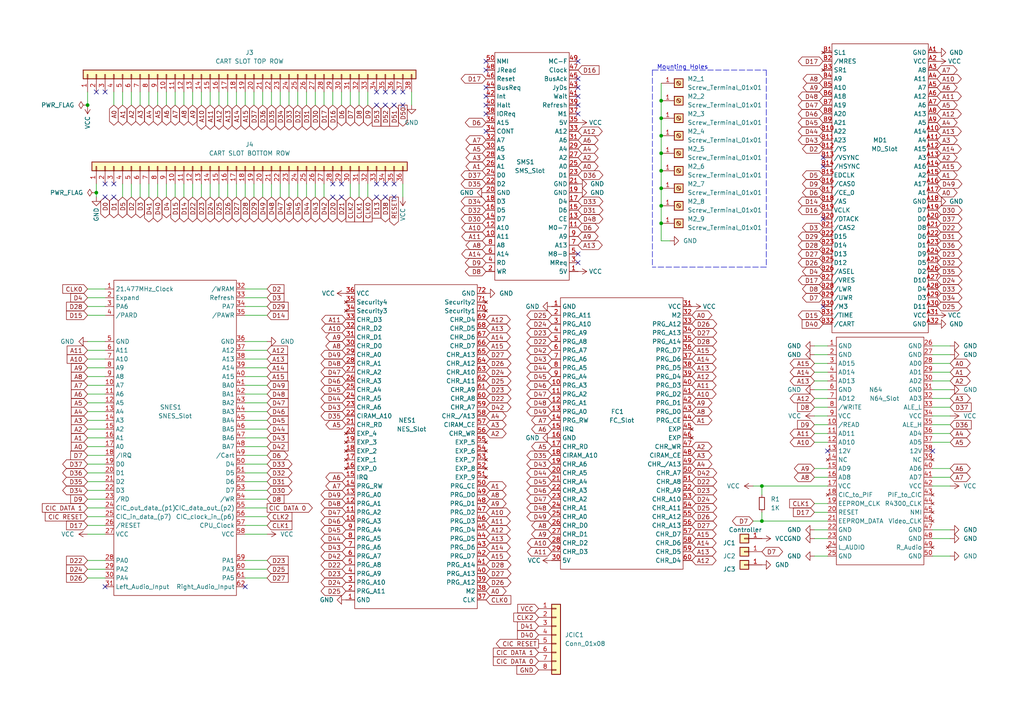
<source format=kicad_sch>
(kicad_sch (version 20211123) (generator eeschema)
  (paper "A4")
  (title_block (title "SIX SLOT ADAPTER") (date "2022-10-17") (rev "V3"))
  (lib_symbols
    (symbol "!OSCR:FC_Slot"
      (property "Reference" "U" (at -16.51 52.07 0))
      (property "Value" "FC_Slot" (at -13.97 46.99 0))
      (symbol "FC_Slot_1_1"
        (pin power_in line (at -20.32 41.91 0) (length 2.54) (name "GND") (number "1"))
        (pin input line (at -20.32 19.05 0) (length 2.54) (name "PRG_A3") (number "10"))
        (pin input line (at -20.32 16.51 0) (length 2.54) (name "PRG_A2") (number "11"))
        (pin input line (at -20.32 13.97 0) (length 2.54) (name "PRG_A1") (number "12"))
        (pin input line (at -20.32 11.43 0) (length 2.54) (name "PRG_A0") (number "13"))
        (pin input line (at -20.32 8.89 0) (length 2.54) (name "PRG_RW") (number "14"))
        (pin input line (at -20.32 6.35 0) (length 2.54) (name "IRQ") (number "15"))
        (pin power_in line (at -20.32 3.81 0) (length 2.54) (name "GND") (number "16"))
        (pin input line (at -20.32 1.27 0) (length 2.54) (name "CHR_RD") (number "17"))
        (pin input line (at -20.32 -1.27 0) (length 2.54) (name "CIRAM_A10") (number "18"))
        (pin input line (at -20.32 -3.81 0) (length 2.54) (name "CHR_A6") (number "19"))
        (pin input line (at -20.32 39.37 0) (length 2.54) (name "PRG_A11") (number "2"))
        (pin input line (at -20.32 -6.35 0) (length 2.54) (name "CHR_A5") (number "20"))
        (pin input line (at -20.32 -8.89 0) (length 2.54) (name "CHR_A4") (number "21"))
        (pin input line (at -20.32 -11.43 0) (length 2.54) (name "CHR_A3") (number "22"))
        (pin input line (at -20.32 -13.97 0) (length 2.54) (name "CHR_A2") (number "23"))
        (pin input line (at -20.32 -16.51 0) (length 2.54) (name "CHR_A1") (number "24"))
        (pin input line (at -20.32 -19.05 0) (length 2.54) (name "CHR_A0") (number "25"))
        (pin bidirectional line (at -20.32 -21.59 0) (length 2.54) (name "CHR_D0") (number "26"))
        (pin bidirectional line (at -20.32 -24.13 0) (length 2.54) (name "CHR_D1") (number "27"))
        (pin bidirectional line (at -20.32 -26.67 0) (length 2.54) (name "CHR_D2") (number "28"))
        (pin bidirectional line (at -20.32 -29.21 0) (length 2.54) (name "CHR_D3") (number "29"))
        (pin input line (at -20.32 36.83 0) (length 2.54) (name "PRG_A10") (number "3"))
        (pin power_in line (at -20.32 -31.75 0) (length 2.54) (name "5V") (number "30"))
        (pin power_in line (at 20.32 41.91 180) (length 2.54) (name "VCC") (number "31"))
        (pin input line (at 20.32 39.37 180) (length 2.54) (name "M2") (number "32"))
        (pin input line (at 20.32 36.83 180) (length 2.54) (name "PRG_A12") (number "33"))
        (pin input line (at 20.32 34.29 180) (length 2.54) (name "PRG_A13") (number "34"))
        (pin input line (at 20.32 31.75 180) (length 2.54) (name "PRG_A14") (number "35"))
        (pin bidirectional line (at 20.32 29.21 180) (length 2.54) (name "PRG_D7") (number "36"))
        (pin bidirectional line (at 20.32 26.67 180) (length 2.54) (name "PRG_D6") (number "37"))
        (pin bidirectional line (at 20.32 24.13 180) (length 2.54) (name "PRG_D5") (number "38"))
        (pin bidirectional line (at 20.32 21.59 180) (length 2.54) (name "PRG_D4") (number "39"))
        (pin input line (at -20.32 34.29 0) (length 2.54) (name "PRG_A9") (number "4"))
        (pin bidirectional line (at 20.32 19.05 180) (length 2.54) (name "PRG_D3") (number "40"))
        (pin bidirectional line (at 20.32 16.51 180) (length 2.54) (name "PRG_D2") (number "41"))
        (pin bidirectional line (at 20.32 13.97 180) (length 2.54) (name "PRG_D1") (number "42"))
        (pin bidirectional line (at 20.32 11.43 180) (length 2.54) (name "PRG_D0") (number "43"))
        (pin input line (at 20.32 8.89 180) (length 2.54) (name "PRG_CE") (number "44"))
        (pin no_connect line (at 20.32 6.35 180) (length 2.54) (name "EXP") (number "45"))
        (pin no_connect line (at 20.32 3.81 180) (length 2.54) (name "EXP") (number "46"))
        (pin input line (at 20.32 1.27 180) (length 2.54) (name "CHR_WR") (number "47"))
        (pin input line (at 20.32 -1.27 180) (length 2.54) (name "CIRAM_CE") (number "48"))
        (pin input line (at 20.32 -3.81 180) (length 2.54) (name "CHR_/A13") (number "49"))
        (pin input line (at -20.32 31.75 0) (length 2.54) (name "PRG_A8") (number "5"))
        (pin bidirectional line (at 20.32 -6.35 180) (length 2.54) (name "CHR_A7") (number "50"))
        (pin input line (at 20.32 -8.89 180) (length 2.54) (name "CHR_A8") (number "51"))
        (pin input line (at 20.32 -11.43 180) (length 2.54) (name "CHR_A9") (number "52"))
        (pin input line (at 20.32 -13.97 180) (length 2.54) (name "CHR_A10") (number "53"))
        (pin input line (at 20.32 -16.51 180) (length 2.54) (name "CHR_A11") (number "54"))
        (pin input line (at 20.32 -19.05 180) (length 2.54) (name "CHR_A12") (number "55"))
        (pin input line (at 20.32 -21.59 180) (length 2.54) (name "CHR_A13") (number "56"))
        (pin bidirectional line (at 20.32 -24.13 180) (length 2.54) (name "CHR_D7") (number "57"))
        (pin bidirectional line (at 20.32 -26.67 180) (length 2.54) (name "CHR_D6") (number "58"))
        (pin bidirectional line (at 20.32 -29.21 180) (length 2.54) (name "CHR_D5") (number "59"))
        (pin input line (at -20.32 29.21 0) (length 2.54) (name "PRG_A7") (number "6"))
        (pin bidirectional line (at 20.32 -31.75 180) (length 2.54) (name "CHR_D4") (number "60"))
        (pin input line (at -20.32 26.67 0) (length 2.54) (name "PRG_A6") (number "7"))
        (pin input line (at -20.32 24.13 0) (length 2.54) (name "PRG_A5") (number "8"))
        (pin input line (at -20.32 21.59 0) (length 2.54) (name "PRG_A4") (number "9"))
      )
    )
    (symbol "!OSCR:MD_Slot"
      (property "Reference" "U" (at -1.27 39.37 0))
      (property "Value" "MD_Slot" (at 1.27 36.83 0))
      (symbol "MD_Slot_1_1"
        (pin power_in line (at 22.86 17.78 180) (length 2.54) (name "GND") (number "A1"))
        (pin input line (at 22.86 -5.08 180) (length 2.54) (name "A14") (number "A10"))
        (pin input line (at 22.86 -7.62 180) (length 2.54) (name "A4") (number "A11"))
        (pin input line (at 22.86 -10.16 180) (length 2.54) (name "A15") (number "A12"))
        (pin input line (at 22.86 -12.7 180) (length 2.54) (name "A3") (number "A13"))
        (pin input line (at 22.86 -15.24 180) (length 2.54) (name "A16") (number "A14"))
        (pin input line (at 22.86 -17.78 180) (length 2.54) (name "A2") (number "A15"))
        (pin input line (at 22.86 -20.32 180) (length 2.54) (name "A17") (number "A16"))
        (pin input line (at 22.86 -22.86 180) (length 2.54) (name "A1") (number "A17"))
        (pin power_in line (at 22.86 -25.4 180) (length 2.54) (name "GND") (number "A18"))
        (pin bidirectional line (at 22.86 -27.94 180) (length 2.54) (name "D7") (number "A19"))
        (pin power_in line (at 22.86 15.24 180) (length 2.54) (name "VCC") (number "A2"))
        (pin bidirectional line (at 22.86 -30.48 180) (length 2.54) (name "D0") (number "A20"))
        (pin bidirectional line (at 22.86 -33.02 180) (length 2.54) (name "D8") (number "A21"))
        (pin bidirectional line (at 22.86 -35.56 180) (length 2.54) (name "D6") (number "A22"))
        (pin bidirectional line (at 22.86 -38.1 180) (length 2.54) (name "D1") (number "A23"))
        (pin bidirectional line (at 22.86 -40.64 180) (length 2.54) (name "D9") (number "A24"))
        (pin bidirectional line (at 22.86 -43.18 180) (length 2.54) (name "D5") (number "A25"))
        (pin bidirectional line (at 22.86 -45.72 180) (length 2.54) (name "D2") (number "A26"))
        (pin bidirectional line (at 22.86 -48.26 180) (length 2.54) (name "D10") (number "A27"))
        (pin bidirectional line (at 22.86 -50.8 180) (length 2.54) (name "D4") (number "A28"))
        (pin bidirectional line (at 22.86 -53.34 180) (length 2.54) (name "D3") (number "A29"))
        (pin input line (at 22.86 12.7 180) (length 2.54) (name "A8") (number "A3"))
        (pin bidirectional line (at 22.86 -55.88 180) (length 2.54) (name "D11") (number "A30"))
        (pin power_in line (at 22.86 -58.42 180) (length 2.54) (name "VCC") (number "A31"))
        (pin power_in line (at 22.86 -60.96 180) (length 2.54) (name "GND") (number "A32"))
        (pin input line (at 22.86 10.16 180) (length 2.54) (name "A11") (number "A4"))
        (pin input line (at 22.86 7.62 180) (length 2.54) (name "A7") (number "A5"))
        (pin input line (at 22.86 5.08 180) (length 2.54) (name "A12") (number "A6"))
        (pin input line (at 22.86 2.54 180) (length 2.54) (name "A6") (number "A7"))
        (pin input line (at 22.86 0 180) (length 2.54) (name "A13") (number "A8"))
        (pin input line (at 22.86 -2.54 180) (length 2.54) (name "A5") (number "A9"))
        (pin no_connect line (at -10.16 17.78 0) (length 2.54) (name "SL1") (number "B1"))
        (pin input line (at -10.16 -5.08 0) (length 2.54) (name "A22") (number "B10"))
        (pin input line (at -10.16 -7.62 0) (length 2.54) (name "A23") (number "B11"))
        (pin input line (at -10.16 -10.16 0) (length 2.54) (name "/YS") (number "B12"))
        (pin input line (at -10.16 -12.7 0) (length 2.54) (name "/VSYNC") (number "B13"))
        (pin input line (at -10.16 -15.24 0) (length 2.54) (name "/HSYNC") (number "B14"))
        (pin input line (at -10.16 -17.78 0) (length 2.54) (name "EDCLK") (number "B15"))
        (pin input line (at -10.16 -20.32 0) (length 2.54) (name "/CAS0") (number "B16"))
        (pin input line (at -10.16 -22.86 0) (length 2.54) (name "/CE_0") (number "B17"))
        (pin input line (at -10.16 -25.4 0) (length 2.54) (name "/AS") (number "B18"))
        (pin input line (at -10.16 -27.94 0) (length 2.54) (name "VCLK") (number "B19"))
        (pin input line (at -10.16 15.24 0) (length 2.54) (name "/MRES") (number "B2"))
        (pin input line (at -10.16 -30.48 0) (length 2.54) (name "/DTACK") (number "B20"))
        (pin input line (at -10.16 -33.02 0) (length 2.54) (name "/CAS2") (number "B21"))
        (pin bidirectional line (at -10.16 -35.56 0) (length 2.54) (name "D15") (number "B22"))
        (pin bidirectional line (at -10.16 -38.1 0) (length 2.54) (name "D14") (number "B23"))
        (pin bidirectional line (at -10.16 -40.64 0) (length 2.54) (name "D13") (number "B24"))
        (pin bidirectional line (at -10.16 -43.18 0) (length 2.54) (name "D12") (number "B25"))
        (pin input line (at -10.16 -45.72 0) (length 2.54) (name "/ASEL") (number "B26"))
        (pin input line (at -10.16 -48.26 0) (length 2.54) (name "/VRES") (number "B27"))
        (pin input line (at -10.16 -50.8 0) (length 2.54) (name "/LWR") (number "B28"))
        (pin input line (at -10.16 -53.34 0) (length 2.54) (name "/UWR") (number "B29"))
        (pin no_connect line (at -10.16 12.7 0) (length 2.54) (name "SR1") (number "B3"))
        (pin input line (at -10.16 -55.88 0) (length 2.54) (name "/M3") (number "B30"))
        (pin input line (at -10.16 -58.42 0) (length 2.54) (name "/TIME") (number "B31"))
        (pin input line (at -10.16 -60.96 0) (length 2.54) (name "/CART") (number "B32"))
        (pin input line (at -10.16 10.16 0) (length 2.54) (name "A9") (number "B4"))
        (pin input line (at -10.16 7.62 0) (length 2.54) (name "A10") (number "B5"))
        (pin input line (at -10.16 5.08 0) (length 2.54) (name "A18") (number "B6"))
        (pin input line (at -10.16 2.54 0) (length 2.54) (name "A19") (number "B7"))
        (pin input line (at -10.16 0 0) (length 2.54) (name "A20") (number "B8"))
        (pin input line (at -10.16 -2.54 0) (length 2.54) (name "A21") (number "B9"))
      )
    )
    (symbol "!OSCR:N64_Slot"
      (property "Reference" "J" (at -10.16 35.56 0))
      (property "Value" "N64_Slot" (at -6.35 33.02 0))
      (symbol "N64_Slot_1_1"
        (pin power_in line (at -12.7 29.21 0) (length 2.54) (name "GND") (number "1"))
        (pin input line (at -12.7 6.35 0) (length 2.54) (name "/READ") (number "10"))
        (pin bidirectional line (at -12.7 3.81 0) (length 2.54) (name "AD11") (number "11"))
        (pin bidirectional line (at -12.7 1.27 0) (length 2.54) (name "AD10") (number "12"))
        (pin power_in line (at -12.7 -1.27 0) (length 2.54) (name "12V") (number "13"))
        (pin no_connect line (at -12.7 -3.81 0) (length 2.54) (name "NC") (number "14"))
        (pin bidirectional line (at -12.7 -6.35 0) (length 2.54) (name "AD9") (number "15"))
        (pin bidirectional line (at -12.7 -8.89 0) (length 2.54) (name "AD8") (number "16"))
        (pin power_in line (at -12.7 -11.43 0) (length 2.54) (name "VCC") (number "17"))
        (pin no_connect line (at -12.7 -13.97 0) (length 2.54) (name "CIC_to_PIF") (number "18"))
        (pin input line (at -12.7 -16.51 0) (length 2.54) (name "EEPROM_CLK") (number "19"))
        (pin power_in line (at -12.7 26.67 0) (length 2.54) (name "GND") (number "2"))
        (pin input line (at -12.7 -19.05 0) (length 2.54) (name "RESET") (number "20"))
        (pin bidirectional line (at -12.7 -21.59 0) (length 2.54) (name "EEPROM_DATA") (number "21"))
        (pin power_in line (at -12.7 -24.13 0) (length 2.54) (name "GND") (number "22"))
        (pin power_in line (at -12.7 -26.67 0) (length 2.54) (name "GND") (number "23"))
        (pin no_connect line (at -12.7 -29.21 0) (length 2.54) (name "L_AUDIO") (number "24"))
        (pin power_in line (at -12.7 -31.75 0) (length 2.54) (name "GND") (number "25"))
        (pin power_in line (at 17.78 29.21 180) (length 2.54) (name "GND") (number "26"))
        (pin power_in line (at 17.78 26.67 180) (length 2.54) (name "GND") (number "27"))
        (pin bidirectional line (at 17.78 24.13 180) (length 2.54) (name "AD0") (number "28"))
        (pin bidirectional line (at 17.78 21.59 180) (length 2.54) (name "AD1") (number "29"))
        (pin bidirectional line (at -12.7 24.13 0) (length 2.54) (name "AD15") (number "3"))
        (pin bidirectional line (at 17.78 19.05 180) (length 2.54) (name "AD2") (number "30"))
        (pin power_in line (at 17.78 16.51 180) (length 2.54) (name "GND") (number "31"))
        (pin bidirectional line (at 17.78 13.97 180) (length 2.54) (name "AD3") (number "32"))
        (pin input line (at 17.78 11.43 180) (length 2.54) (name "ALE_L") (number "33"))
        (pin power_in line (at 17.78 8.89 180) (length 2.54) (name "VCC") (number "34"))
        (pin input line (at 17.78 6.35 180) (length 2.54) (name "ALE_H") (number "35"))
        (pin bidirectional line (at 17.78 3.81 180) (length 2.54) (name "AD4") (number "36"))
        (pin bidirectional line (at 17.78 1.27 180) (length 2.54) (name "AD5") (number "37"))
        (pin power_in line (at 17.78 -1.27 180) (length 2.54) (name "12V") (number "38"))
        (pin no_connect line (at 17.78 -3.81 180) (length 2.54) (name "NC") (number "39"))
        (pin bidirectional line (at -12.7 21.59 0) (length 2.54) (name "AD14") (number "4"))
        (pin bidirectional line (at 17.78 -6.35 180) (length 2.54) (name "AD6") (number "40"))
        (pin bidirectional line (at 17.78 -8.89 180) (length 2.54) (name "AD7") (number "41"))
        (pin power_in line (at 17.78 -11.43 180) (length 2.54) (name "VCC") (number "42"))
        (pin no_connect line (at 17.78 -13.97 180) (length 2.54) (name "PIF_to_CIC") (number "43"))
        (pin no_connect line (at 17.78 -16.51 180) (length 2.54) (name "R4300_CLK") (number "44"))
        (pin no_connect line (at 17.78 -19.05 180) (length 2.54) (name "NMI") (number "45"))
        (pin no_connect line (at 17.78 -21.59 180) (length 2.54) (name "Video_CLK") (number "46"))
        (pin power_in line (at 17.78 -24.13 180) (length 2.54) (name "GND") (number "47"))
        (pin power_in line (at 17.78 -26.67 180) (length 2.54) (name "GND") (number "48"))
        (pin no_connect line (at 17.78 -29.21 180) (length 2.54) (name "R_Audio") (number "49"))
        (pin bidirectional line (at -12.7 19.05 0) (length 2.54) (name "AD13") (number "5"))
        (pin power_in line (at 17.78 -31.75 180) (length 2.54) (name "GND") (number "50"))
        (pin power_in line (at -12.7 16.51 0) (length 2.54) (name "GND") (number "6"))
        (pin bidirectional line (at -12.7 13.97 0) (length 2.54) (name "AD12") (number "7"))
        (pin input line (at -12.7 11.43 0) (length 2.54) (name "/WRITE") (number "8"))
        (pin power_in line (at -12.7 8.89 0) (length 2.54) (name "VCC") (number "9"))
      )
    )
    (symbol "!OSCR:NES_Slot"
      (property "Reference" "U" (at -16.51 44.45 0))
      (property "Value" "NES_Slot" (at -12.7 41.91 0))
      (symbol "NES_Slot_1_1"
        (pin power_in line (at -19.05 -52.07 0) (length 2.54) (name "GND") (number "1"))
        (pin input line (at -19.05 -29.21 0) (length 2.54) (name "PRG_A3") (number "10"))
        (pin input line (at -19.05 -26.67 0) (length 2.54) (name "PRG_A2") (number "11"))
        (pin input line (at -19.05 -24.13 0) (length 2.54) (name "PRG_A1") (number "12"))
        (pin input line (at -19.05 -21.59 0) (length 2.54) (name "PRG_A0") (number "13"))
        (pin input line (at -19.05 -19.05 0) (length 2.54) (name "PRG_RW") (number "14"))
        (pin input line (at -19.05 -16.51 0) (length 2.54) (name "IRQ") (number "15"))
        (pin no_connect line (at -19.05 -13.97 0) (length 2.54) (name "EXP_0") (number "16"))
        (pin no_connect line (at -19.05 -11.43 0) (length 2.54) (name "EXP_1") (number "17"))
        (pin no_connect line (at -19.05 -8.89 0) (length 2.54) (name "EXP_2") (number "18"))
        (pin no_connect line (at -19.05 -6.35 0) (length 2.54) (name "EXP_3") (number "19"))
        (pin input line (at -19.05 -49.53 0) (length 2.54) (name "PRG_A11") (number "2"))
        (pin no_connect line (at -19.05 -3.81 0) (length 2.54) (name "EXP_4") (number "20"))
        (pin input line (at -19.05 -1.27 0) (length 2.54) (name "CHR_RD") (number "21"))
        (pin input line (at -19.05 1.27 0) (length 2.54) (name "CIRAM_A10") (number "22"))
        (pin input line (at -19.05 3.81 0) (length 2.54) (name "CHR_A6") (number "23"))
        (pin input line (at -19.05 6.35 0) (length 2.54) (name "CHR_A5") (number "24"))
        (pin input line (at -19.05 8.89 0) (length 2.54) (name "CHR_A4") (number "25"))
        (pin input line (at -19.05 11.43 0) (length 2.54) (name "CHR_A3") (number "26"))
        (pin input line (at -19.05 13.97 0) (length 2.54) (name "CHR_A2") (number "27"))
        (pin input line (at -19.05 16.51 0) (length 2.54) (name "CHR_A1") (number "28"))
        (pin input line (at -19.05 19.05 0) (length 2.54) (name "CHR_A0") (number "29"))
        (pin input line (at -19.05 -46.99 0) (length 2.54) (name "PRG_A10") (number "3"))
        (pin bidirectional line (at -19.05 21.59 0) (length 2.54) (name "CHR_D0") (number "30"))
        (pin bidirectional line (at -19.05 24.13 0) (length 2.54) (name "CHR_D1") (number "31"))
        (pin bidirectional line (at -19.05 26.67 0) (length 2.54) (name "CHR_D2") (number "32"))
        (pin bidirectional line (at -19.05 29.21 0) (length 2.54) (name "CHR_D3") (number "33"))
        (pin no_connect line (at -19.05 31.75 0) (length 2.54) (name "Security3") (number "34"))
        (pin no_connect line (at -19.05 34.29 0) (length 2.54) (name "Security4") (number "35"))
        (pin power_in line (at -19.05 36.83 0) (length 2.54) (name "VCC") (number "36"))
        (pin input line (at 21.59 -52.07 180) (length 2.54) (name "CLK") (number "37"))
        (pin input line (at 21.59 -49.53 180) (length 2.54) (name "M2") (number "38"))
        (pin input line (at 21.59 -46.99 180) (length 2.54) (name "PRG_A12") (number "39"))
        (pin input line (at -19.05 -44.45 0) (length 2.54) (name "PRG_A9") (number "4"))
        (pin input line (at 21.59 -44.45 180) (length 2.54) (name "PRG_A13") (number "40"))
        (pin input line (at 21.59 -41.91 180) (length 2.54) (name "PRG_A14") (number "41"))
        (pin bidirectional line (at 21.59 -39.37 180) (length 2.54) (name "PRG_D7") (number "42"))
        (pin bidirectional line (at 21.59 -36.83 180) (length 2.54) (name "PRG_D6") (number "43"))
        (pin bidirectional line (at 21.59 -34.29 180) (length 2.54) (name "PRG_D5") (number "44"))
        (pin bidirectional line (at 21.59 -31.75 180) (length 2.54) (name "PRG_D4") (number "45"))
        (pin bidirectional line (at 21.59 -29.21 180) (length 2.54) (name "PRG_D3") (number "46"))
        (pin bidirectional line (at 21.59 -26.67 180) (length 2.54) (name "PRG_D2") (number "47"))
        (pin bidirectional line (at 21.59 -24.13 180) (length 2.54) (name "PRG_D1") (number "48"))
        (pin bidirectional line (at 21.59 -21.59 180) (length 2.54) (name "PRG_D0") (number "49"))
        (pin input line (at -19.05 -41.91 0) (length 2.54) (name "PRG_A8") (number "5"))
        (pin input line (at 21.59 -19.05 180) (length 2.54) (name "PRG_CE") (number "50"))
        (pin no_connect line (at 21.59 -16.51 180) (length 2.54) (name "EXP_9") (number "51"))
        (pin no_connect line (at 21.59 -13.97 180) (length 2.54) (name "EXP_8") (number "52"))
        (pin no_connect line (at 21.59 -11.43 180) (length 2.54) (name "EXP_7") (number "53"))
        (pin no_connect line (at 21.59 -8.89 180) (length 2.54) (name "EXP_6") (number "54"))
        (pin no_connect line (at 21.59 -6.35 180) (length 2.54) (name "EXP_5") (number "55"))
        (pin input line (at 21.59 -3.81 180) (length 2.54) (name "CHR_WR") (number "56"))
        (pin input line (at 21.59 -1.27 180) (length 2.54) (name "CIRAM_CE") (number "57"))
        (pin input line (at 21.59 1.27 180) (length 2.54) (name "CHR_/A13") (number "58"))
        (pin bidirectional line (at 21.59 3.81 180) (length 2.54) (name "CHR_A7") (number "59"))
        (pin input line (at -19.05 -39.37 0) (length 2.54) (name "PRG_A7") (number "6"))
        (pin input line (at 21.59 6.35 180) (length 2.54) (name "CHR_A8") (number "60"))
        (pin input line (at 21.59 8.89 180) (length 2.54) (name "CHR_A9") (number "61"))
        (pin input line (at 21.59 11.43 180) (length 2.54) (name "CHR_A11") (number "62"))
        (pin input line (at 21.59 13.97 180) (length 2.54) (name "CHR_A10") (number "63"))
        (pin input line (at 21.59 16.51 180) (length 2.54) (name "CHR_A12") (number "64"))
        (pin input line (at 21.59 19.05 180) (length 2.54) (name "CHR_A13") (number "65"))
        (pin bidirectional line (at 21.59 21.59 180) (length 2.54) (name "CHR_D7") (number "66"))
        (pin bidirectional line (at 21.59 24.13 180) (length 2.54) (name "CHR_D6") (number "67"))
        (pin bidirectional line (at 21.59 26.67 180) (length 2.54) (name "CHR_D5") (number "68"))
        (pin bidirectional line (at 21.59 29.21 180) (length 2.54) (name "CHR_D4") (number "69"))
        (pin input line (at -19.05 -36.83 0) (length 2.54) (name "PRG_A6") (number "7"))
        (pin no_connect line (at 21.59 31.75 180) (length 2.54) (name "Security1") (number "70"))
        (pin no_connect line (at 21.59 34.29 180) (length 2.54) (name "Security2") (number "71"))
        (pin power_in line (at 21.59 36.83 180) (length 2.54) (name "GND") (number "72"))
        (pin input line (at -19.05 -34.29 0) (length 2.54) (name "PRG_A5") (number "8"))
        (pin input line (at -19.05 -31.75 0) (length 2.54) (name "PRG_A4") (number "9"))
      )
    )
    (symbol "!OSCR:SMS_Slot"
      (property "Reference" "U" (at -10.16 35.56 0))
      (property "Value" "SMS_Slot" (at -6.35 33.02 0))
      (symbol "SMS_Slot_1_1"
        (pin power_in line (at 12.7 -33.02 180) (length 2.54) (name "5V") (number "1"))
        (pin input line (at -13.97 -22.86 0) (length 2.54) (name "A11") (number "10"))
        (pin input line (at 12.7 -20.32 180) (length 2.54) (name "M0-7") (number "11"))
        (pin input line (at -13.97 -20.32 0) (length 2.54) (name "A10") (number "12"))
        (pin input line (at 12.7 -17.78 180) (length 2.54) (name "CE") (number "13"))
        (pin bidirectional line (at -13.97 -17.78 0) (length 2.54) (name "D7") (number "14"))
        (pin bidirectional line (at 12.7 -15.24 180) (length 2.54) (name "D6") (number "15"))
        (pin bidirectional line (at -13.97 -15.24 0) (length 2.54) (name "D5") (number "16"))
        (pin bidirectional line (at 12.7 -12.7 180) (length 2.54) (name "D4") (number "17"))
        (pin bidirectional line (at -13.97 -12.7 0) (length 2.54) (name "D3") (number "18"))
        (pin power_in line (at 12.7 -10.16 180) (length 2.54) (name "GND") (number "19"))
        (pin input line (at -13.97 -33.02 0) (length 2.54) (name "WR") (number "2"))
        (pin power_in line (at -13.97 -10.16 0) (length 2.54) (name "GND") (number "20"))
        (pin power_in line (at 12.7 -7.62 180) (length 2.54) (name "GND") (number "21"))
        (pin bidirectional line (at -13.97 -7.62 0) (length 2.54) (name "D2") (number "22"))
        (pin bidirectional line (at 12.7 -5.08 180) (length 2.54) (name "D1") (number "23"))
        (pin bidirectional line (at -13.97 -5.08 0) (length 2.54) (name "D0") (number "24"))
        (pin input line (at 12.7 -2.54 180) (length 2.54) (name "A0") (number "25"))
        (pin input line (at -13.97 -2.54 0) (length 2.54) (name "A1") (number "26"))
        (pin input line (at 12.7 0 180) (length 2.54) (name "A2") (number "27"))
        (pin input line (at -13.97 0 0) (length 2.54) (name "A3") (number "28"))
        (pin input line (at 12.7 2.54 180) (length 2.54) (name "A4") (number "29"))
        (pin input line (at 12.7 -30.48 180) (length 2.54) (name "MReq") (number "3"))
        (pin input line (at -13.97 2.54 0) (length 2.54) (name "A5") (number "30"))
        (pin input line (at 12.7 5.08 180) (length 2.54) (name "A6") (number "31"))
        (pin input line (at -13.97 5.08 0) (length 2.54) (name "A7") (number "32"))
        (pin input line (at 12.7 7.62 180) (length 2.54) (name "A12") (number "33"))
        (pin input line (at -13.97 7.62 0) (length 2.54) (name "CONT") (number "34"))
        (pin power_in line (at 12.7 10.16 180) (length 2.54) (name "5V") (number "35"))
        (pin input line (at -13.97 10.16 0) (length 2.54) (name "A15") (number "36"))
        (pin input line (at 12.7 12.7 180) (length 2.54) (name "M1") (number "37"))
        (pin input line (at -13.97 12.7 0) (length 2.54) (name "IOReq") (number "38"))
        (pin input line (at 12.7 15.24 180) (length 2.54) (name "Refresh") (number "39"))
        (pin input line (at -13.97 -30.48 0) (length 2.54) (name "RD") (number "4"))
        (pin input line (at -13.97 15.24 0) (length 2.54) (name "Halt") (number "40"))
        (pin input line (at 12.7 17.78 180) (length 2.54) (name "Wait") (number "41"))
        (pin input line (at -13.97 17.78 0) (length 2.54) (name "Int") (number "42"))
        (pin input line (at 12.7 20.32 180) (length 2.54) (name "JyDs") (number "43"))
        (pin input line (at -13.97 20.32 0) (length 2.54) (name "BusReq") (number "44"))
        (pin input line (at 12.7 22.86 180) (length 2.54) (name "BusAck") (number "45"))
        (pin input line (at -13.97 22.86 0) (length 2.54) (name "Reset") (number "46"))
        (pin input line (at 12.7 25.4 180) (length 2.54) (name "Clock") (number "47"))
        (pin input line (at -13.97 25.4 0) (length 2.54) (name "JRead") (number "48"))
        (pin input line (at 12.7 27.94 180) (length 2.54) (name "MC-F") (number "49"))
        (pin input line (at 12.7 -27.94 180) (length 2.54) (name "M8-B") (number "5"))
        (pin input line (at -13.97 27.94 0) (length 2.54) (name "NMI") (number "50"))
        (pin input line (at -13.97 -27.94 0) (length 2.54) (name "A14") (number "6"))
        (pin input line (at 12.7 -25.4 180) (length 2.54) (name "A13") (number "7"))
        (pin input line (at -13.97 -25.4 0) (length 2.54) (name "A8") (number "8"))
        (pin input line (at 12.7 -22.86 180) (length 2.54) (name "A9") (number "9"))
      )
    )
    (symbol "!OSCR:SNES_Slot"
      (property "Reference" "J" (at 12.7 45.72 0))
      (property "Value" "SNES_Slot" (at -11.43 45.72 0))
      (symbol "SNES_Slot_1_1"
        (pin input line (at -19.05 41.91 0) (length 2.54) (name "21.477MHz_Clock") (number "1"))
        (pin input line (at -19.05 13.97 0) (length 2.54) (name "A7") (number "10"))
        (pin input line (at -19.05 11.43 0) (length 2.54) (name "A6") (number "11"))
        (pin input line (at -19.05 8.89 0) (length 2.54) (name "A5") (number "12"))
        (pin input line (at -19.05 6.35 0) (length 2.54) (name "A4") (number "13"))
        (pin input line (at -19.05 3.81 0) (length 2.54) (name "A3") (number "14"))
        (pin input line (at -19.05 1.27 0) (length 2.54) (name "A2") (number "15"))
        (pin input line (at -19.05 -1.27 0) (length 2.54) (name "A1") (number "16"))
        (pin input line (at -19.05 -3.81 0) (length 2.54) (name "A0") (number "17"))
        (pin input line (at -19.05 -6.35 0) (length 2.54) (name "/IRQ") (number "18"))
        (pin bidirectional line (at -19.05 -8.89 0) (length 2.54) (name "D0") (number "19"))
        (pin input line (at -19.05 39.37 0) (length 2.54) (name "Expand") (number "2"))
        (pin bidirectional line (at -19.05 -11.43 0) (length 2.54) (name "D1") (number "20"))
        (pin bidirectional line (at -19.05 -13.97 0) (length 2.54) (name "D2") (number "21"))
        (pin bidirectional line (at -19.05 -16.51 0) (length 2.54) (name "D3") (number "22"))
        (pin input line (at -19.05 -19.05 0) (length 2.54) (name "/RD") (number "23"))
        (pin output line (at -19.05 -21.59 0) (length 2.54) (name "CIC_out_data_(p1)") (number "24"))
        (pin input line (at -19.05 -24.13 0) (length 2.54) (name "CIC_in_data_(p7)") (number "25"))
        (pin input line (at -19.05 -26.67 0) (length 2.54) (name "/RESET") (number "26"))
        (pin power_in line (at -19.05 -29.21 0) (length 2.54) (name "VCC") (number "27"))
        (pin input line (at -19.05 -36.83 0) (length 2.54) (name "PA0") (number "28"))
        (pin input line (at -19.05 -39.37 0) (length 2.54) (name "PA2") (number "29"))
        (pin input line (at -19.05 36.83 0) (length 2.54) (name "PA6") (number "3"))
        (pin input line (at -19.05 -41.91 0) (length 2.54) (name "PA4") (number "30"))
        (pin input line (at -19.05 -44.45 0) (length 2.54) (name "Left_Audio_Input") (number "31"))
        (pin input line (at 21.59 41.91 180) (length 2.54) (name "/WRAM") (number "32"))
        (pin input line (at 21.59 39.37 180) (length 2.54) (name "Refresh") (number "33"))
        (pin input line (at 21.59 36.83 180) (length 2.54) (name "PA7") (number "34"))
        (pin input line (at 21.59 34.29 180) (length 2.54) (name "/PAWR") (number "35"))
        (pin power_in line (at 21.59 26.67 180) (length 2.54) (name "GND") (number "36"))
        (pin input line (at 21.59 24.13 180) (length 2.54) (name "A12") (number "37"))
        (pin input line (at 21.59 21.59 180) (length 2.54) (name "A13") (number "38"))
        (pin input line (at 21.59 19.05 180) (length 2.54) (name "A14") (number "39"))
        (pin input line (at -19.05 34.29 0) (length 2.54) (name "/PARD") (number "4"))
        (pin input line (at 21.59 16.51 180) (length 2.54) (name "A15") (number "40"))
        (pin input line (at 21.59 13.97 180) (length 2.54) (name "BA0") (number "41"))
        (pin input line (at 21.59 11.43 180) (length 2.54) (name "BA1") (number "42"))
        (pin input line (at 21.59 8.89 180) (length 2.54) (name "BA2") (number "43"))
        (pin input line (at 21.59 6.35 180) (length 2.54) (name "BA3") (number "44"))
        (pin input line (at 21.59 3.81 180) (length 2.54) (name "BA4") (number "45"))
        (pin input line (at 21.59 1.27 180) (length 2.54) (name "BA5") (number "46"))
        (pin input line (at 21.59 -1.27 180) (length 2.54) (name "BA6") (number "47"))
        (pin input line (at 21.59 -3.81 180) (length 2.54) (name "BA7") (number "48"))
        (pin input line (at 21.59 -6.35 180) (length 2.54) (name "/Cart") (number "49"))
        (pin power_in line (at -19.05 26.67 0) (length 2.54) (name "GND") (number "5"))
        (pin bidirectional line (at 21.59 -8.89 180) (length 2.54) (name "D4") (number "50"))
        (pin bidirectional line (at 21.59 -11.43 180) (length 2.54) (name "D5") (number "51"))
        (pin bidirectional line (at 21.59 -13.97 180) (length 2.54) (name "D6") (number "52"))
        (pin bidirectional line (at 21.59 -16.51 180) (length 2.54) (name "D7") (number "53"))
        (pin input line (at 21.59 -19.05 180) (length 2.54) (name "/WR") (number "54"))
        (pin output line (at 21.59 -21.59 180) (length 2.54) (name "CIC_data_out_(p2)") (number "55"))
        (pin input line (at 21.59 -24.13 180) (length 2.54) (name "CIC_clock_in_(p6)") (number "56"))
        (pin input line (at 21.59 -26.67 180) (length 2.54) (name "CPU_Clock") (number "57"))
        (pin power_in line (at 21.59 -29.21 180) (length 2.54) (name "VCC") (number "58"))
        (pin input line (at 21.59 -36.83 180) (length 2.54) (name "PA1") (number "59"))
        (pin input line (at -19.05 24.13 0) (length 2.54) (name "A11") (number "6"))
        (pin input line (at 21.59 -39.37 180) (length 2.54) (name "PA3") (number "60"))
        (pin input line (at 21.59 -41.91 180) (length 2.54) (name "PA5") (number "61"))
        (pin input line (at 21.59 -44.45 180) (length 2.54) (name "Right_Audio_Input") (number "62"))
        (pin input line (at -19.05 21.59 0) (length 2.54) (name "A10") (number "7"))
        (pin input line (at -19.05 19.05 0) (length 2.54) (name "A9") (number "8"))
        (pin input line (at -19.05 16.51 0) (length 2.54) (name "A8") (number "9"))
      )
    )
    (symbol "Connector:Screw_Terminal_01x01" (pin_names (offset 1.016) hide)
      (property "Reference" "J" (at 0 2.54 0))
      (property "Value" "Screw_Terminal_01x01" (at 0 -2.54 0))
      (symbol "Screw_Terminal_01x01_1_1"
        (pin passive line (at -5.08 0 0) (length 3.81) (name "Pin_1") (number "1"))
      )
    )
    (symbol "Connector_Generic:Conn_01x01" (pin_names (offset 1.016) hide)
      (property "Reference" "J" (at 0 2.54 0))
      (property "Value" "Conn_01x01" (at 0 -2.54 0))
      (symbol "Conn_01x01_1_1"
        (pin passive line (at -5.08 0 0) (length 3.81) (name "Pin_1") (number "1"))
      )
    )
    (symbol "Connector_Generic:Conn_01x08" (pin_names (offset 1.016) hide)
      (property "Reference" "J" (at 0 10.16 0))
      (property "Value" "Conn_01x08" (at 0 -12.7 0))
      (symbol "Conn_01x08_1_1"
        (pin passive line (at -5.08 7.62 0) (length 3.81) (name "Pin_1") (number "1"))
        (pin passive line (at -5.08 5.08 0) (length 3.81) (name "Pin_2") (number "2"))
        (pin passive line (at -5.08 2.54 0) (length 3.81) (name "Pin_3") (number "3"))
        (pin passive line (at -5.08 0 0) (length 3.81) (name "Pin_4") (number "4"))
        (pin passive line (at -5.08 -2.54 0) (length 3.81) (name "Pin_5") (number "5"))
        (pin passive line (at -5.08 -5.08 0) (length 3.81) (name "Pin_6") (number "6"))
        (pin passive line (at -5.08 -7.62 0) (length 3.81) (name "Pin_7") (number "7"))
        (pin passive line (at -5.08 -10.16 0) (length 3.81) (name "Pin_8") (number "8"))
      )
    )
    (symbol "Connector_Generic:Conn_01x36" (pin_names (offset 1.016) hide)
      (property "Reference" "J" (at 0 45.72 0))
      (property "Value" "Conn_01x36" (at 0 -48.26 0))
      (symbol "Conn_01x36_1_1"
        (pin passive line (at -5.08 43.18 0) (length 3.81) (name "Pin_1") (number "1"))
        (pin passive line (at -5.08 20.32 0) (length 3.81) (name "Pin_10") (number "10"))
        (pin passive line (at -5.08 17.78 0) (length 3.81) (name "Pin_11") (number "11"))
        (pin passive line (at -5.08 15.24 0) (length 3.81) (name "Pin_12") (number "12"))
        (pin passive line (at -5.08 12.7 0) (length 3.81) (name "Pin_13") (number "13"))
        (pin passive line (at -5.08 10.16 0) (length 3.81) (name "Pin_14") (number "14"))
        (pin passive line (at -5.08 7.62 0) (length 3.81) (name "Pin_15") (number "15"))
        (pin passive line (at -5.08 5.08 0) (length 3.81) (name "Pin_16") (number "16"))
        (pin passive line (at -5.08 2.54 0) (length 3.81) (name "Pin_17") (number "17"))
        (pin passive line (at -5.08 0 0) (length 3.81) (name "Pin_18") (number "18"))
        (pin passive line (at -5.08 -2.54 0) (length 3.81) (name "Pin_19") (number "19"))
        (pin passive line (at -5.08 40.64 0) (length 3.81) (name "Pin_2") (number "2"))
        (pin passive line (at -5.08 -5.08 0) (length 3.81) (name "Pin_20") (number "20"))
        (pin passive line (at -5.08 -7.62 0) (length 3.81) (name "Pin_21") (number "21"))
        (pin passive line (at -5.08 -10.16 0) (length 3.81) (name "Pin_22") (number "22"))
        (pin passive line (at -5.08 -12.7 0) (length 3.81) (name "Pin_23") (number "23"))
        (pin passive line (at -5.08 -15.24 0) (length 3.81) (name "Pin_24") (number "24"))
        (pin passive line (at -5.08 -17.78 0) (length 3.81) (name "Pin_25") (number "25"))
        (pin passive line (at -5.08 -20.32 0) (length 3.81) (name "Pin_26") (number "26"))
        (pin passive line (at -5.08 -22.86 0) (length 3.81) (name "Pin_27") (number "27"))
        (pin passive line (at -5.08 -25.4 0) (length 3.81) (name "Pin_28") (number "28"))
        (pin passive line (at -5.08 -27.94 0) (length 3.81) (name "Pin_29") (number "29"))
        (pin passive line (at -5.08 38.1 0) (length 3.81) (name "Pin_3") (number "3"))
        (pin passive line (at -5.08 -30.48 0) (length 3.81) (name "Pin_30") (number "30"))
        (pin passive line (at -5.08 -33.02 0) (length 3.81) (name "Pin_31") (number "31"))
        (pin passive line (at -5.08 -35.56 0) (length 3.81) (name "Pin_32") (number "32"))
        (pin passive line (at -5.08 -38.1 0) (length 3.81) (name "Pin_33") (number "33"))
        (pin passive line (at -5.08 -40.64 0) (length 3.81) (name "Pin_34") (number "34"))
        (pin passive line (at -5.08 -43.18 0) (length 3.81) (name "Pin_35") (number "35"))
        (pin passive line (at -5.08 -45.72 0) (length 3.81) (name "Pin_36") (number "36"))
        (pin passive line (at -5.08 35.56 0) (length 3.81) (name "Pin_4") (number "4"))
        (pin passive line (at -5.08 33.02 0) (length 3.81) (name "Pin_5") (number "5"))
        (pin passive line (at -5.08 30.48 0) (length 3.81) (name "Pin_6") (number "6"))
        (pin passive line (at -5.08 27.94 0) (length 3.81) (name "Pin_7") (number "7"))
        (pin passive line (at -5.08 25.4 0) (length 3.81) (name "Pin_8") (number "8"))
        (pin passive line (at -5.08 22.86 0) (length 3.81) (name "Pin_9") (number "9"))
      )
    )
    (symbol "Connector_Generic:Conn_01x38" (pin_names (offset 1.016) hide)
      (property "Reference" "J" (at 0 48.26 0))
      (property "Value" "Conn_01x38" (at 0 -50.8 0))
      (symbol "Conn_01x38_1_1"
        (pin passive line (at -5.08 45.72 0) (length 3.81) (name "Pin_1") (number "1"))
        (pin passive line (at -5.08 22.86 0) (length 3.81) (name "Pin_10") (number "10"))
        (pin passive line (at -5.08 20.32 0) (length 3.81) (name "Pin_11") (number "11"))
        (pin passive line (at -5.08 17.78 0) (length 3.81) (name "Pin_12") (number "12"))
        (pin passive line (at -5.08 15.24 0) (length 3.81) (name "Pin_13") (number "13"))
        (pin passive line (at -5.08 12.7 0) (length 3.81) (name "Pin_14") (number "14"))
        (pin passive line (at -5.08 10.16 0) (length 3.81) (name "Pin_15") (number "15"))
        (pin passive line (at -5.08 7.62 0) (length 3.81) (name "Pin_16") (number "16"))
        (pin passive line (at -5.08 5.08 0) (length 3.81) (name "Pin_17") (number "17"))
        (pin passive line (at -5.08 2.54 0) (length 3.81) (name "Pin_18") (number "18"))
        (pin passive line (at -5.08 0 0) (length 3.81) (name "Pin_19") (number "19"))
        (pin passive line (at -5.08 43.18 0) (length 3.81) (name "Pin_2") (number "2"))
        (pin passive line (at -5.08 -2.54 0) (length 3.81) (name "Pin_20") (number "20"))
        (pin passive line (at -5.08 -5.08 0) (length 3.81) (name "Pin_21") (number "21"))
        (pin passive line (at -5.08 -7.62 0) (length 3.81) (name "Pin_22") (number "22"))
        (pin passive line (at -5.08 -10.16 0) (length 3.81) (name "Pin_23") (number "23"))
        (pin passive line (at -5.08 -12.7 0) (length 3.81) (name "Pin_24") (number "24"))
        (pin passive line (at -5.08 -15.24 0) (length 3.81) (name "Pin_25") (number "25"))
        (pin passive line (at -5.08 -17.78 0) (length 3.81) (name "Pin_26") (number "26"))
        (pin passive line (at -5.08 -20.32 0) (length 3.81) (name "Pin_27") (number "27"))
        (pin passive line (at -5.08 -22.86 0) (length 3.81) (name "Pin_28") (number "28"))
        (pin passive line (at -5.08 -25.4 0) (length 3.81) (name "Pin_29") (number "29"))
        (pin passive line (at -5.08 40.64 0) (length 3.81) (name "Pin_3") (number "3"))
        (pin passive line (at -5.08 -27.94 0) (length 3.81) (name "Pin_30") (number "30"))
        (pin passive line (at -5.08 -30.48 0) (length 3.81) (name "Pin_31") (number "31"))
        (pin passive line (at -5.08 -33.02 0) (length 3.81) (name "Pin_32") (number "32"))
        (pin passive line (at -5.08 -35.56 0) (length 3.81) (name "Pin_33") (number "33"))
        (pin passive line (at -5.08 -38.1 0) (length 3.81) (name "Pin_34") (number "34"))
        (pin passive line (at -5.08 -40.64 0) (length 3.81) (name "Pin_35") (number "35"))
        (pin passive line (at -5.08 -43.18 0) (length 3.81) (name "Pin_36") (number "36"))
        (pin passive line (at -5.08 -45.72 0) (length 3.81) (name "Pin_37") (number "37"))
        (pin passive line (at -5.08 -48.26 0) (length 3.81) (name "Pin_38") (number "38"))
        (pin passive line (at -5.08 38.1 0) (length 3.81) (name "Pin_4") (number "4"))
        (pin passive line (at -5.08 35.56 0) (length 3.81) (name "Pin_5") (number "5"))
        (pin passive line (at -5.08 33.02 0) (length 3.81) (name "Pin_6") (number "6"))
        (pin passive line (at -5.08 30.48 0) (length 3.81) (name "Pin_7") (number "7"))
        (pin passive line (at -5.08 27.94 0) (length 3.81) (name "Pin_8") (number "8"))
        (pin passive line (at -5.08 25.4 0) (length 3.81) (name "Pin_9") (number "9"))
      )
    )
    (symbol "Device:R_Small" (pin_numbers hide) (pin_names (offset 0.254) hide)
      (property "Reference" "R" (at 0.762 0.508 0))
      (property "Value" "R_Small" (at 0.762 -1.016 0))
      (symbol "R_Small_1_1"
        (pin passive line (at 0 2.54 270) (length 0.762) (name "~") (number "1"))
        (pin passive line (at 0 -2.54 90) (length 0.762) (name "~") (number "2"))
      )
    )
    (symbol "power:GND" (power) (pin_names (offset 0))
      (property "Value" "GND" (at 0 -3.81 0))
      (symbol "GND_1_1"
        (pin power_in line (at 0 0 270) (length 0) hide (name "GND") (number "1"))
      )
    )
    (symbol "power:PWR_FLAG" (power) (pin_numbers hide) (pin_names (offset 0) hide)
      (property "Value" "PWR_FLAG" (at 0 3.81 0))
      (symbol "PWR_FLAG_0_0"
        (pin power_out line (at 0 0 90) (length 0) (name "pwr") (number "1"))
      )
    )
    (symbol "power:VCC" (power) (pin_names (offset 0))
      (property "Value" "VCC" (at 0 3.81 0))
      (symbol "VCC_1_1"
        (pin power_in line (at 0 0 90) (length 0) hide (name "VCC") (number "1"))
      )
    )
  )
  (junction (at 191.77 64.77))
  (junction (at 191.77 49.53))
  (junction (at 191.77 34.29))
  (junction (at 27.94 55.88))
  (junction (at 191.77 29.21))
  (junction (at 191.77 39.37))
  (junction (at 220.98 151.13))
  (junction (at 191.77 44.45))
  (junction (at 220.98 140.97))
  (junction (at 25.4 30.48))
  (junction (at 191.77 54.61))
  (junction (at 191.77 59.69))
  (no_connect (at 167.64 27.94))
  (no_connect (at 167.64 22.86))
  (no_connect (at 109.22 57.15))
  (no_connect (at 99.06 57.15))
  (no_connect (at 96.52 57.15))
  (no_connect (at 111.76 57.15))
  (no_connect (at 114.3 57.15))
  (no_connect (at 240.03 130.81))
  (no_connect (at 167.64 17.78))
  (no_connect (at 140.97 38.1))
  (no_connect (at 270.51 130.81))
  (no_connect (at 140.97 33.02))
  (no_connect (at 140.97 25.4))
  (no_connect (at 167.64 25.4))
  (no_connect (at 96.52 53.34))
  (no_connect (at 99.06 53.34))
  (no_connect (at 109.22 53.34))
  (no_connect (at 111.76 53.34))
  (no_connect (at 111.76 30.48))
  (no_connect (at 114.3 30.48))
  (no_connect (at 116.84 30.48))
  (no_connect (at 114.3 53.34))
  (no_connect (at 109.22 26.67))
  (no_connect (at 111.76 26.67))
  (no_connect (at 114.3 26.67))
  (no_connect (at 116.84 26.67))
  (no_connect (at 109.22 30.48))
  (no_connect (at 140.97 30.48))
  (no_connect (at 140.97 27.94))
  (no_connect (at 167.64 73.66))
  (no_connect (at 33.02 53.34))
  (no_connect (at 30.48 53.34))
  (no_connect (at 30.48 26.67))
  (no_connect (at 27.94 26.67))
  (no_connect (at 33.02 57.15))
  (no_connect (at 30.48 57.15))
  (no_connect (at 140.97 20.32))
  (no_connect (at 238.76 63.5))
  (no_connect (at 167.64 33.02))
  (no_connect (at 140.97 17.78))
  (no_connect (at 238.76 88.9))
  (no_connect (at 238.76 45.72))
  (no_connect (at 71.12 170.18))
  (no_connect (at 167.64 30.48))
  (no_connect (at 30.48 170.18))
  (no_connect (at 238.76 48.26))
  (no_connect (at 167.64 76.2))
  (wire (pts (xy 40.64 53.34) (xy 40.64 57.15)))
  (wire (pts (xy 48.26 53.34) (xy 48.26 57.15)))
  (wire (pts (xy 236.22 115.57) (xy 240.03 115.57)))
  (wire (pts (xy 236.22 148.59) (xy 240.03 148.59)))
  (wire (pts (xy 101.6 26.67) (xy 101.6 30.48)))
  (wire (pts (xy 83.82 26.67) (xy 83.82 30.48)))
  (wire (pts (xy 25.4 165.1) (xy 30.48 165.1)))
  (wire (pts (xy 68.58 26.67) (xy 68.58 30.48)))
  (wire (pts (xy 25.4 149.86) (xy 30.48 149.86)))
  (wire (pts (xy 71.12 154.94) (xy 77.47 154.94)))
  (wire (pts (xy 191.77 64.77) (xy 191.77 69.85)))
  (wire (pts (xy 270.51 156.21) (xy 275.59 156.21)))
  (wire (pts (xy 71.12 121.92) (xy 77.47 121.92)))
  (wire (pts (xy 236.22 113.03) (xy 240.03 113.03)))
  (wire (pts (xy 73.66 53.34) (xy 73.66 57.15)))
  (wire (pts (xy 43.18 53.34) (xy 43.18 57.15)))
  (wire (pts (xy 270.51 128.27) (xy 275.59 128.27)))
  (wire (pts (xy 71.12 106.68) (xy 77.47 106.68)))
  (wire (pts (xy 270.51 105.41) (xy 275.59 105.41)))
  (wire (pts (xy 236.22 120.65) (xy 240.03 120.65)))
  (wire (pts (xy 99.06 26.67) (xy 99.06 30.48)))
  (wire (pts (xy 71.12 124.46) (xy 77.47 124.46)))
  (wire (pts (xy 71.12 167.64) (xy 77.47 167.64)))
  (wire (pts (xy 25.4 147.32) (xy 30.48 147.32)))
  (wire (pts (xy 25.4 109.22) (xy 30.48 109.22)))
  (wire (pts (xy 33.02 26.67) (xy 33.02 30.48)))
  (wire (pts (xy 71.12 116.84) (xy 77.47 116.84)))
  (wire (pts (xy 66.04 26.67) (xy 66.04 30.48)))
  (wire (pts (xy 236.22 138.43) (xy 240.03 138.43)))
  (wire (pts (xy 63.5 26.67) (xy 63.5 30.48)))
  (wire (pts (xy 236.22 100.33) (xy 240.03 100.33)))
  (wire (pts (xy 45.72 53.34) (xy 45.72 57.15)))
  (wire (pts (xy 71.12 83.82) (xy 77.47 83.82)))
  (wire (pts (xy 71.12 53.34) (xy 71.12 57.15)))
  (wire (pts (xy 25.4 116.84) (xy 30.48 116.84)))
  (wire (pts (xy 106.68 53.34) (xy 106.68 57.15)))
  (wire (pts (xy 71.12 137.16) (xy 77.47 137.16)))
  (wire (pts (xy 25.4 88.9) (xy 30.48 88.9)))
  (wire (pts (xy 71.12 109.22) (xy 77.47 109.22)))
  (wire (pts (xy 101.6 53.34) (xy 101.6 57.15)))
  (wire (pts (xy 25.4 167.64) (xy 30.48 167.64)))
  (wire (pts (xy 63.5 53.34) (xy 63.5 57.15)))
  (polyline (pts (xy 189.23 20.32) (xy 189.23 77.47)))
  (wire (pts (xy 55.88 26.67) (xy 55.88 30.48)))
  (wire (pts (xy 218.44 140.97) (xy 220.98 140.97)))
  (wire (pts (xy 71.12 88.9) (xy 77.47 88.9)))
  (wire (pts (xy 38.1 26.67) (xy 38.1 30.48)))
  (wire (pts (xy 236.22 135.89) (xy 240.03 135.89)))
  (wire (pts (xy 25.4 152.4) (xy 30.48 152.4)))
  (wire (pts (xy 25.4 91.44) (xy 30.48 91.44)))
  (wire (pts (xy 35.56 53.34) (xy 35.56 57.15)))
  (wire (pts (xy 191.77 69.85) (xy 194.31 69.85)))
  (wire (pts (xy 25.4 124.46) (xy 30.48 124.46)))
  (wire (pts (xy 96.52 26.67) (xy 96.52 30.48)))
  (wire (pts (xy 191.77 29.21) (xy 191.77 34.29)))
  (wire (pts (xy 25.4 142.24) (xy 30.48 142.24)))
  (wire (pts (xy 71.12 127) (xy 77.47 127)))
  (wire (pts (xy 25.4 111.76) (xy 30.48 111.76)))
  (wire (pts (xy 35.56 26.67) (xy 35.56 30.48)))
  (polyline (pts (xy 222.25 77.47) (xy 189.23 77.47)))
  (wire (pts (xy 220.98 151.13) (xy 240.03 151.13)))
  (wire (pts (xy 71.12 104.14) (xy 77.47 104.14)))
  (wire (pts (xy 73.66 26.67) (xy 73.66 30.48)))
  (wire (pts (xy 71.12 132.08) (xy 77.47 132.08)))
  (wire (pts (xy 88.9 53.34) (xy 88.9 57.15)))
  (wire (pts (xy 60.96 26.67) (xy 60.96 30.48)))
  (wire (pts (xy 25.4 99.06) (xy 30.48 99.06)))
  (wire (pts (xy 71.12 26.67) (xy 71.12 30.48)))
  (wire (pts (xy 81.28 53.34) (xy 81.28 57.15)))
  (wire (pts (xy 25.4 127) (xy 30.48 127)))
  (wire (pts (xy 43.18 26.67) (xy 43.18 30.48)))
  (wire (pts (xy 191.77 24.13) (xy 191.77 29.21)))
  (wire (pts (xy 91.44 26.67) (xy 91.44 30.48)))
  (wire (pts (xy 25.4 106.68) (xy 30.48 106.68)))
  (wire (pts (xy 25.4 26.67) (xy 25.4 30.48)))
  (wire (pts (xy 86.36 26.67) (xy 86.36 30.48)))
  (wire (pts (xy 270.51 140.97) (xy 275.59 140.97)))
  (wire (pts (xy 71.12 165.1) (xy 77.47 165.1)))
  (wire (pts (xy 191.77 39.37) (xy 191.77 44.45)))
  (wire (pts (xy 191.77 44.45) (xy 191.77 49.53)))
  (wire (pts (xy 25.4 129.54) (xy 30.48 129.54)))
  (wire (pts (xy 86.36 53.34) (xy 86.36 57.15)))
  (wire (pts (xy 68.58 53.34) (xy 68.58 57.15)))
  (wire (pts (xy 25.4 114.3) (xy 30.48 114.3)))
  (wire (pts (xy 55.88 53.34) (xy 55.88 57.15)))
  (wire (pts (xy 220.98 148.59) (xy 220.98 151.13)))
  (wire (pts (xy 25.4 162.56) (xy 30.48 162.56)))
  (wire (pts (xy 58.42 26.67) (xy 58.42 30.48)))
  (wire (pts (xy 78.74 26.67) (xy 78.74 30.48)))
  (wire (pts (xy 104.14 26.67) (xy 104.14 30.48)))
  (wire (pts (xy 71.12 91.44) (xy 77.47 91.44)))
  (wire (pts (xy 270.51 138.43) (xy 275.59 138.43)))
  (wire (pts (xy 220.98 140.97) (xy 240.03 140.97)))
  (wire (pts (xy 71.12 139.7) (xy 77.47 139.7)))
  (wire (pts (xy 270.51 118.11) (xy 275.59 118.11)))
  (wire (pts (xy 270.51 120.65) (xy 275.59 120.65)))
  (wire (pts (xy 71.12 142.24) (xy 77.47 142.24)))
  (wire (pts (xy 38.1 53.34) (xy 38.1 57.15)))
  (wire (pts (xy 71.12 134.62) (xy 77.47 134.62)))
  (wire (pts (xy 220.98 140.97) (xy 220.98 143.51)))
  (wire (pts (xy 25.4 137.16) (xy 30.48 137.16)))
  (wire (pts (xy 71.12 162.56) (xy 77.47 162.56)))
  (wire (pts (xy 236.22 156.21) (xy 240.03 156.21)))
  (wire (pts (xy 25.4 154.94) (xy 30.48 154.94)))
  (wire (pts (xy 270.51 107.95) (xy 275.59 107.95)))
  (wire (pts (xy 58.42 53.34) (xy 58.42 57.15)))
  (wire (pts (xy 45.72 26.67) (xy 45.72 30.48)))
  (wire (pts (xy 25.4 83.82) (xy 30.48 83.82)))
  (wire (pts (xy 236.22 102.87) (xy 240.03 102.87)))
  (wire (pts (xy 236.22 110.49) (xy 240.03 110.49)))
  (wire (pts (xy 25.4 104.14) (xy 30.48 104.14)))
  (wire (pts (xy 270.51 102.87) (xy 275.59 102.87)))
  (wire (pts (xy 270.51 123.19) (xy 275.59 123.19)))
  (wire (pts (xy 270.51 135.89) (xy 275.59 135.89)))
  (wire (pts (xy 25.4 101.6) (xy 30.48 101.6)))
  (wire (pts (xy 71.12 99.06) (xy 77.47 99.06)))
  (wire (pts (xy 40.64 26.67) (xy 40.64 30.48)))
  (wire (pts (xy 270.51 113.03) (xy 275.59 113.03)))
  (wire (pts (xy 104.14 53.34) (xy 104.14 57.15)))
  (wire (pts (xy 270.51 110.49) (xy 275.59 110.49)))
  (wire (pts (xy 93.98 26.67) (xy 93.98 30.48)))
  (wire (pts (xy 236.22 153.67) (xy 240.03 153.67)))
  (wire (pts (xy 50.8 26.67) (xy 50.8 30.48)))
  (wire (pts (xy 270.51 115.57) (xy 275.59 115.57)))
  (wire (pts (xy 83.82 53.34) (xy 83.82 57.15)))
  (wire (pts (xy 236.22 161.29) (xy 240.03 161.29)))
  (wire (pts (xy 71.12 111.76) (xy 77.47 111.76)))
  (wire (pts (xy 53.34 53.34) (xy 53.34 57.15)))
  (wire (pts (xy 236.22 123.19) (xy 240.03 123.19)))
  (wire (pts (xy 71.12 129.54) (xy 77.47 129.54)))
  (wire (pts (xy 236.22 105.41) (xy 240.03 105.41)))
  (wire (pts (xy 71.12 149.86) (xy 77.47 149.86)))
  (wire (pts (xy 119.38 26.67) (xy 119.38 30.48)))
  (wire (pts (xy 66.04 53.34) (xy 66.04 57.15)))
  (wire (pts (xy 106.68 26.67) (xy 106.68 30.48)))
  (wire (pts (xy 53.34 26.67) (xy 53.34 30.48)))
  (wire (pts (xy 48.26 26.67) (xy 48.26 30.48)))
  (wire (pts (xy 76.2 53.34) (xy 76.2 57.15)))
  (wire (pts (xy 76.2 26.67) (xy 76.2 30.48)))
  (wire (pts (xy 270.51 100.33) (xy 275.59 100.33)))
  (wire (pts (xy 71.12 147.32) (xy 77.47 147.32)))
  (wire (pts (xy 191.77 49.53) (xy 191.77 54.61)))
  (wire (pts (xy 25.4 86.36) (xy 30.48 86.36)))
  (wire (pts (xy 78.74 53.34) (xy 78.74 57.15)))
  (wire (pts (xy 236.22 146.05) (xy 240.03 146.05)))
  (wire (pts (xy 60.96 53.34) (xy 60.96 57.15)))
  (wire (pts (xy 116.84 53.34) (xy 116.84 57.15)))
  (wire (pts (xy 236.22 107.95) (xy 240.03 107.95)))
  (wire (pts (xy 71.12 86.36) (xy 77.47 86.36)))
  (wire (pts (xy 71.12 119.38) (xy 77.47 119.38)))
  (wire (pts (xy 25.4 119.38) (xy 30.48 119.38)))
  (wire (pts (xy 81.28 26.67) (xy 81.28 30.48)))
  (wire (pts (xy 71.12 152.4) (xy 77.47 152.4)))
  (wire (pts (xy 25.4 139.7) (xy 30.48 139.7)))
  (wire (pts (xy 88.9 26.67) (xy 88.9 30.48)))
  (wire (pts (xy 27.94 53.34) (xy 27.94 55.88)))
  (polyline (pts (xy 222.25 20.32) (xy 222.25 77.47)))
  (wire (pts (xy 270.51 153.67) (xy 275.59 153.67)))
  (wire (pts (xy 91.44 53.34) (xy 91.44 57.15)))
  (wire (pts (xy 71.12 101.6) (xy 77.47 101.6)))
  (wire (pts (xy 236.22 125.73) (xy 240.03 125.73)))
  (wire (pts (xy 218.44 151.13) (xy 220.98 151.13)))
  (wire (pts (xy 27.94 55.88) (xy 27.94 57.15)))
  (polyline (pts (xy 189.23 20.32) (xy 222.25 20.32)))
  (wire (pts (xy 270.51 161.29) (xy 275.59 161.29)))
  (wire (pts (xy 93.98 53.34) (xy 93.98 57.15)))
  (wire (pts (xy 236.22 128.27) (xy 240.03 128.27)))
  (wire (pts (xy 191.77 34.29) (xy 191.77 39.37)))
  (wire (pts (xy 236.22 118.11) (xy 240.03 118.11)))
  (wire (pts (xy 25.4 132.08) (xy 30.48 132.08)))
  (wire (pts (xy 191.77 54.61) (xy 191.77 59.69)))
  (wire (pts (xy 191.77 59.69) (xy 191.77 64.77)))
  (wire (pts (xy 50.8 53.34) (xy 50.8 57.15)))
  (wire (pts (xy 71.12 114.3) (xy 77.47 114.3)))
  (wire (pts (xy 25.4 121.92) (xy 30.48 121.92)))
  (wire (pts (xy 270.51 125.73) (xy 275.59 125.73)))
  (wire (pts (xy 25.4 134.62) (xy 30.48 134.62)))
  (wire (pts (xy 25.4 144.78) (xy 30.48 144.78)))
  (wire (pts (xy 71.12 144.78) (xy 77.47 144.78)))
  (text "Mounting Holes" (at 190.5 20.32 0) (effects (font (size 1.27 1.27)) (justify left bottom)))
  (global_label "D8" (shape input) (at 236.22 118.11 180) (property "Intersheet References" "${INTERSHEET_REFS}" (effects hide)))
  (global_label "D45" (shape bidirectional) (at 160.02 139.7 180) (property "Intersheet References" "${INTERSHEET_REFS}" (effects hide)))
  (global_label "A6" (shape bidirectional) (at 275.59 135.89 0) (property "Intersheet References" "${INTERSHEET_REFS}" (effects hide)))
  (global_label "D49" (shape bidirectional) (at 271.78 53.34 0) (property "Intersheet References" "${INTERSHEET_REFS}" (effects hide)))
  (global_label "A10" (shape bidirectional) (at 236.22 128.27 180) (property "Intersheet References" "${INTERSHEET_REFS}" (effects hide)))
  (global_label "A11" (shape input) (at 25.4 101.6 180) (property "Intersheet References" "${INTERSHEET_REFS}" (effects hide)))
  (global_label "A6" (shape bidirectional) (at 48.26 30.48 270) (property "Intersheet References" "${INTERSHEET_REFS}" (effects hide)))
  (global_label "D37" (shape bidirectional) (at 140.97 50.8 180) (property "Intersheet References" "${INTERSHEET_REFS}" (effects hide)))
  (global_label "D47" (shape bidirectional) (at 160.02 114.3 180) (property "Intersheet References" "${INTERSHEET_REFS}" (effects hide)))
  (global_label "A9" (shape input) (at 25.4 106.68 180) (property "Intersheet References" "${INTERSHEET_REFS}" (effects hide)))
  (global_label "D47" (shape bidirectional) (at 160.02 144.78 180) (property "Intersheet References" "${INTERSHEET_REFS}" (effects hide)))
  (global_label "D29" (shape bidirectional) (at 238.76 68.58 180) (property "Intersheet References" "${INTERSHEET_REFS}" (effects hide)))
  (global_label "D44" (shape bidirectional) (at 160.02 137.16 180) (property "Intersheet References" "${INTERSHEET_REFS}" (effects hide)))
  (global_label "D51" (shape input) (at 114.3 30.48 270) (property "Intersheet References" "${INTERSHEET_REFS}" (effects hide)))
  (global_label "D29" (shape bidirectional) (at 73.66 57.15 270) (property "Intersheet References" "${INTERSHEET_REFS}" (effects hide)))
  (global_label "D22" (shape bidirectional) (at 200.66 139.7 0) (property "Intersheet References" "${INTERSHEET_REFS}" (effects hide)))
  (global_label "D33" (shape bidirectional) (at 271.78 83.82 0) (property "Intersheet References" "${INTERSHEET_REFS}" (effects hide)))
  (global_label "A3" (shape bidirectional) (at 271.78 40.64 0) (property "Intersheet References" "${INTERSHEET_REFS}" (effects hide)))
  (global_label "A15" (shape bidirectional) (at 140.97 161.29 0) (property "Intersheet References" "${INTERSHEET_REFS}" (effects hide)))
  (global_label "A9" (shape bidirectional) (at 55.88 30.48 270) (property "Intersheet References" "${INTERSHEET_REFS}" (effects hide)))
  (global_label "A11" (shape bidirectional) (at 200.66 111.76 0) (property "Intersheet References" "${INTERSHEET_REFS}" (effects hide)))
  (global_label "D31" (shape bidirectional) (at 88.9 30.48 270) (property "Intersheet References" "${INTERSHEET_REFS}" (effects hide)))
  (global_label "D9" (shape bidirectional) (at 140.97 76.2 180) (property "Intersheet References" "${INTERSHEET_REFS}" (effects hide)))
  (global_label "D24" (shape bidirectional) (at 60.96 57.15 270) (property "Intersheet References" "${INTERSHEET_REFS}" (effects hide)))
  (global_label "D47" (shape bidirectional) (at 100.33 148.59 180) (property "Intersheet References" "${INTERSHEET_REFS}" (effects hide)))
  (global_label "A9" (shape bidirectional) (at 100.33 97.79 180) (property "Intersheet References" "${INTERSHEET_REFS}" (effects hide)))
  (global_label "D27" (shape bidirectional) (at 200.66 152.4 0) (property "Intersheet References" "${INTERSHEET_REFS}" (effects hide)))
  (global_label "D46" (shape bidirectional) (at 100.33 151.13 180) (property "Intersheet References" "${INTERSHEET_REFS}" (effects hide)))
  (global_label "D33" (shape bidirectional) (at 167.64 58.42 0) (property "Intersheet References" "${INTERSHEET_REFS}" (effects hide)))
  (global_label "D42" (shape bidirectional) (at 100.33 161.29 180) (property "Intersheet References" "${INTERSHEET_REFS}" (effects hide)))
  (global_label "A12" (shape bidirectional) (at 271.78 33.02 0) (property "Intersheet References" "${INTERSHEET_REFS}" (effects hide)))
  (global_label "A1" (shape bidirectional) (at 271.78 50.8 0) (property "Intersheet References" "${INTERSHEET_REFS}" (effects hide)))
  (global_label "CIC RESET" (shape input) (at 25.4 149.86 180) (property "Intersheet References" "${INTERSHEET_REFS}" (effects hide)))
  (global_label "D50" (shape output) (at 116.84 30.48 270) (property "Intersheet References" "${INTERSHEET_REFS}" (effects hide)))
  (global_label "D17" (shape bidirectional) (at 93.98 30.48 270) (property "Intersheet References" "${INTERSHEET_REFS}" (effects hide)))
  (global_label "D34" (shape bidirectional) (at 81.28 30.48 270) (property "Intersheet References" "${INTERSHEET_REFS}" (effects hide)))
  (global_label "A11" (shape bidirectional) (at 60.96 30.48 270) (property "Intersheet References" "${INTERSHEET_REFS}" (effects hide)))
  (global_label "A9" (shape bidirectional) (at 200.66 116.84 0) (property "Intersheet References" "${INTERSHEET_REFS}" (effects hide)))
  (global_label "A14" (shape bidirectional) (at 236.22 107.95 180) (property "Intersheet References" "${INTERSHEET_REFS}" (effects hide)))
  (global_label "A8" (shape bidirectional) (at 140.97 71.12 180) (property "Intersheet References" "${INTERSHEET_REFS}" (effects hide)))
  (global_label "D46" (shape bidirectional) (at 83.82 57.15 270) (property "Intersheet References" "${INTERSHEET_REFS}" (effects hide)))
  (global_label "A14" (shape bidirectional) (at 200.66 104.14 0) (property "Intersheet References" "${INTERSHEET_REFS}" (effects hide)))
  (global_label "D25" (shape bidirectional) (at 63.5 57.15 270) (property "Intersheet References" "${INTERSHEET_REFS}" (effects hide)))
  (global_label "A10" (shape bidirectional) (at 160.02 157.48 180) (property "Intersheet References" "${INTERSHEET_REFS}" (effects hide)))
  (global_label "D34" (shape bidirectional) (at 140.97 58.42 180) (property "Intersheet References" "${INTERSHEET_REFS}" (effects hide)))
  (global_label "D27" (shape input) (at 77.47 167.64 0) (property "Intersheet References" "${INTERSHEET_REFS}" (effects hide)))
  (global_label "D24" (shape bidirectional) (at 200.66 144.78 0) (property "Intersheet References" "${INTERSHEET_REFS}" (effects hide)))
  (global_label "CLK1" (shape input) (at 104.14 57.15 270) (property "Intersheet References" "${INTERSHEET_REFS}" (effects hide)))
  (global_label "A5" (shape bidirectional) (at 45.72 30.48 270) (property "Intersheet References" "${INTERSHEET_REFS}" (effects hide)))
  (global_label "A9" (shape bidirectional) (at 140.97 146.05 0) (property "Intersheet References" "${INTERSHEET_REFS}" (effects hide)))
  (global_label "D48" (shape bidirectional) (at 167.64 63.5 0) (property "Intersheet References" "${INTERSHEET_REFS}" (effects hide)))
  (global_label "D35" (shape bidirectional) (at 140.97 53.34 180) (property "Intersheet References" "${INTERSHEET_REFS}" (effects hide)))
  (global_label "D23" (shape bidirectional) (at 200.66 142.24 0) (property "Intersheet References" "${INTERSHEET_REFS}" (effects hide)))
  (global_label "A4" (shape bidirectional) (at 140.97 120.65 0) (property "Intersheet References" "${INTERSHEET_REFS}" (effects hide)))
  (global_label "D48" (shape bidirectional) (at 160.02 147.32 180) (property "Intersheet References" "${INTERSHEET_REFS}" (effects hide)))
  (global_label "D49" (shape bidirectional) (at 76.2 57.15 270) (property "Intersheet References" "${INTERSHEET_REFS}" (effects hide)))
  (global_label "D26" (shape input) (at 25.4 167.64 180) (property "Intersheet References" "${INTERSHEET_REFS}" (effects hide)))
  (global_label "A8" (shape input) (at 25.4 109.22 180) (property "Intersheet References" "${INTERSHEET_REFS}" (effects hide)))
  (global_label "D7" (shape bidirectional) (at 101.6 30.48 270) (property "Intersheet References" "${INTERSHEET_REFS}" (effects hide)))
  (global_label "D17" (shape input) (at 25.4 152.4 180) (property "Intersheet References" "${INTERSHEET_REFS}" (effects hide)))
  (global_label "A15" (shape bidirectional) (at 271.78 48.26 0) (property "Intersheet References" "${INTERSHEET_REFS}" (effects hide)))
  (global_label "D29" (shape input) (at 77.47 88.9 0) (property "Intersheet References" "${INTERSHEET_REFS}" (effects hide)))
  (global_label "CIC RESET" (shape output) (at 156.21 186.69 180) (property "Intersheet References" "${INTERSHEET_REFS}" (effects hide)))
  (global_label "A2" (shape input) (at 25.4 124.46 180) (property "Intersheet References" "${INTERSHEET_REFS}" (effects hide)))
  (global_label "D6" (shape bidirectional) (at 77.47 132.08 0) (property "Intersheet References" "${INTERSHEET_REFS}" (effects hide)))
  (global_label "CIC DATA 0" (shape input) (at 156.21 191.77 180) (property "Intersheet References" "${INTERSHEET_REFS}" (effects hide)))
  (global_label "A8" (shape bidirectional) (at 238.76 22.86 180) (property "Intersheet References" "${INTERSHEET_REFS}" (effects hide)))
  (global_label "A3" (shape input) (at 25.4 121.92 180) (property "Intersheet References" "${INTERSHEET_REFS}" (effects hide)))
  (global_label "CIC DATA 1" (shape input) (at 156.21 189.23 180) (property "Intersheet References" "${INTERSHEET_REFS}" (effects hide)))
  (global_label "A6" (shape bidirectional) (at 167.64 40.64 0) (property "Intersheet References" "${INTERSHEET_REFS}" (effects hide)))
  (global_label "D7" (shape bidirectional) (at 218.44 151.13 180) (property "Intersheet References" "${INTERSHEET_REFS}" (effects hide)))
  (global_label "A6" (shape bidirectional) (at 160.02 124.46 180) (property "Intersheet References" "${INTERSHEET_REFS}" (effects hide)))
  (global_label "D30" (shape bidirectional) (at 271.78 60.96 0) (property "Intersheet References" "${INTERSHEET_REFS}" (effects hide)))
  (global_label "D2" (shape input) (at 77.47 83.82 0) (property "Intersheet References" "${INTERSHEET_REFS}" (effects hide)))
  (global_label "A0" (shape bidirectional) (at 200.66 91.44 0) (property "Intersheet References" "${INTERSHEET_REFS}" (effects hide)))
  (global_label "VCC" (shape input) (at 156.21 176.53 180) (property "Intersheet References" "${INTERSHEET_REFS}" (effects hide)))
  (global_label "D49" (shape bidirectional) (at 160.02 119.38 180) (property "Intersheet References" "${INTERSHEET_REFS}" (effects hide)))
  (global_label "D23" (shape bidirectional) (at 100.33 166.37 180) (property "Intersheet References" "${INTERSHEET_REFS}" (effects hide)))
  (global_label "D16" (shape bidirectional) (at 96.52 30.48 270) (property "Intersheet References" "${INTERSHEET_REFS}" (effects hide)))
  (global_label "D33" (shape bidirectional) (at 83.82 30.48 270) (property "Intersheet References" "${INTERSHEET_REFS}" (effects hide)))
  (global_label "A12" (shape bidirectional) (at 63.5 30.48 270) (property "Intersheet References" "${INTERSHEET_REFS}" (effects hide)))
  (global_label "CIC DATA 1" (shape input) (at 25.4 147.32 180) (property "Intersheet References" "${INTERSHEET_REFS}" (effects hide)))
  (global_label "D36" (shape input) (at 275.59 123.19 0) (property "Intersheet References" "${INTERSHEET_REFS}" (effects hide)))
  (global_label "D43" (shape bidirectional) (at 238.76 40.64 180) (property "Intersheet References" "${INTERSHEET_REFS}" (effects hide)))
  (global_label "A13" (shape input) (at 77.47 104.14 0) (property "Intersheet References" "${INTERSHEET_REFS}" (effects hide)))
  (global_label "CLK0" (shape input) (at 106.68 57.15 270) (property "Intersheet References" "${INTERSHEET_REFS}" (effects hide)))
  (global_label "D9" (shape bidirectional) (at 106.68 30.48 270) (property "Intersheet References" "${INTERSHEET_REFS}" (effects hide)))
  (global_label "A10" (shape bidirectional) (at 100.33 95.25 180) (property "Intersheet References" "${INTERSHEET_REFS}" (effects hide)))
  (global_label "D22" (shape bidirectional) (at 160.02 99.06 180) (property "Intersheet References" "${INTERSHEET_REFS}" (effects hide)))
  (global_label "CLK1" (shape input) (at 77.47 152.4 0) (property "Intersheet References" "${INTERSHEET_REFS}" (effects hide)))
  (global_label "A2" (shape bidirectional) (at 275.59 110.49 0) (property "Intersheet References" "${INTERSHEET_REFS}" (effects hide)))
  (global_label "D53" (shape input) (at 109.22 30.48 270) (property "Intersheet References" "${INTERSHEET_REFS}" (effects hide)))
  (global_label "D38" (shape bidirectional) (at 111.76 57.15 270) (property "Intersheet References" "${INTERSHEET_REFS}" (effects hide)))
  (global_label "D31" (shape bidirectional) (at 77.47 139.7 0) (property "Intersheet References" "${INTERSHEET_REFS}" (effects hide)))
  (global_label "D34" (shape bidirectional) (at 271.78 86.36 0) (property "Intersheet References" "${INTERSHEET_REFS}" (effects hide)))
  (global_label "A7" (shape bidirectional) (at 50.8 30.48 270) (property "Intersheet References" "${INTERSHEET_REFS}" (effects hide)))
  (global_label "A5" (shape bidirectional) (at 271.78 30.48 0) (property "Intersheet References" "${INTERSHEET_REFS}" (effects hide)))
  (global_label "D52" (shape input) (at 111.76 30.48 270) (property "Intersheet References" "${INTERSHEET_REFS}" (effects hide)))
  (global_label "D30" (shape bidirectional) (at 91.44 30.48 270) (property "Intersheet References" "${INTERSHEET_REFS}" (effects hide)))
  (global_label "D49" (shape bidirectional) (at 160.02 149.86 180) (property "Intersheet References" "${INTERSHEET_REFS}" (effects hide)))
  (global_label "CLK0" (shape input) (at 140.97 173.99 0) (property "Intersheet References" "${INTERSHEET_REFS}" (effects hide)))
  (global_label "D16" (shape input) (at 167.64 20.32 0) (property "Intersheet References" "${INTERSHEET_REFS}" (effects hide)))
  (global_label "D40" (shape bidirectional) (at 45.72 57.15 270) (property "Intersheet References" "${INTERSHEET_REFS}" (effects hide)))
  (global_label "D15" (shape bidirectional) (at 50.8 57.15 270) (property "Intersheet References" "${INTERSHEET_REFS}" (effects hide)))
  (global_label "D28" (shape bidirectional) (at 71.12 57.15 270) (property "Intersheet References" "${INTERSHEET_REFS}" (effects hide)))
  (global_label "D26" (shape bidirectional) (at 140.97 105.41 0) (property "Intersheet References" "${INTERSHEET_REFS}" (effects hide)))
  (global_label "A7" (shape bidirectional) (at 100.33 140.97 180) (property "Intersheet References" "${INTERSHEET_REFS}" (effects hide)))
  (global_label "D42" (shape bidirectional) (at 160.02 101.6 180) (property "Intersheet References" "${INTERSHEET_REFS}" (effects hide)))
  (global_label "D48" (shape bidirectional) (at 100.33 105.41 180) (property "Intersheet References" "${INTERSHEET_REFS}" (effects hide)))
  (global_label "D31" (shape bidirectional) (at 167.64 60.96 0) (property "Intersheet References" "${INTERSHEET_REFS}" (effects hide)))
  (global_label "A14" (shape bidirectional) (at 200.66 157.48 0) (property "Intersheet References" "${INTERSHEET_REFS}" (effects hide)))
  (global_label "D44" (shape bidirectional) (at 160.02 106.68 180) (property "Intersheet References" "${INTERSHEET_REFS}" (effects hide)))
  (global_label "A14" (shape bidirectional) (at 140.97 97.79 0) (property "Intersheet References" "${INTERSHEET_REFS}" (effects hide)))
  (global_label "D24" (shape bidirectional) (at 140.97 107.95 0) (property "Intersheet References" "${INTERSHEET_REFS}" (effects hide)))
  (global_label "A13" (shape bidirectional) (at 140.97 156.21 0) (property "Intersheet References" "${INTERSHEET_REFS}" (effects hide)))
  (global_label "D43" (shape bidirectional) (at 100.33 118.11 180) (property "Intersheet References" "${INTERSHEET_REFS}" (effects hide)))
  (global_label "A5" (shape bidirectional) (at 160.02 129.54 180) (property "Intersheet References" "${INTERSHEET_REFS}" (effects hide)))
  (global_label "CLK1" (shape input) (at 236.22 146.05 180) (property "Intersheet References" "${INTERSHEET_REFS}" (effects hide)))
  (global_label "CLK2" (shape input) (at 156.21 179.07 180) (property "Intersheet References" "${INTERSHEET_REFS}" (effects hide)))
  (global_label "A11" (shape bidirectional) (at 236.22 125.73 180) (property "Intersheet References" "${INTERSHEET_REFS}" (effects hide)))
  (global_label "A1" (shape bidirectional) (at 35.56 30.48 270) (property "Intersheet References" "${INTERSHEET_REFS}" (effects hide)))
  (global_label "A12" (shape bidirectional) (at 140.97 92.71 0) (property "Intersheet References" "${INTERSHEET_REFS}" (effects hide)))
  (global_label "D47" (shape bidirectional) (at 81.28 57.15 270) (property "Intersheet References" "${INTERSHEET_REFS}" (effects hide)))
  (global_label "A13" (shape bidirectional) (at 200.66 106.68 0) (property "Intersheet References" "${INTERSHEET_REFS}" (effects hide)))
  (global_label "A13" (shape bidirectional) (at 66.04 30.48 270) (property "Intersheet References" "${INTERSHEET_REFS}" (effects hide)))
  (global_label "GND" (shape input) (at 156.21 194.31 180) (property "Intersheet References" "${INTERSHEET_REFS}" (effects hide)))
  (global_label "D27" (shape bidirectional) (at 140.97 166.37 0) (property "Intersheet References" "${INTERSHEET_REFS}" (effects hide)))
  (global_label "A3" (shape bidirectional) (at 40.64 30.48 270) (property "Intersheet References" "${INTERSHEET_REFS}" (effects hide)))
  (global_label "A10" (shape bidirectional) (at 200.66 114.3 0) (property "Intersheet References" "${INTERSHEET_REFS}" (effects hide)))
  (global_label "D40" (shape input) (at 238.76 93.98 180) (property "Intersheet References" "${INTERSHEET_REFS}" (effects hide)))
  (global_label "D36" (shape bidirectional) (at 167.64 50.8 0) (property "Intersheet References" "${INTERSHEET_REFS}" (effects hide)))
  (global_label "D35" (shape bidirectional) (at 271.78 78.74 0) (property "Intersheet References" "${INTERSHEET_REFS}" (effects hide)))
  (global_label "D47" (shape bidirectional) (at 238.76 30.48 180) (property "Intersheet References" "${INTERSHEET_REFS}" (effects hide)))
  (global_label "D46" (shape bidirectional) (at 160.02 142.24 180) (property "Intersheet References" "${INTERSHEET_REFS}" (effects hide)))
  (global_label "D32" (shape bidirectional) (at 271.78 76.2 0) (property "Intersheet References" "${INTERSHEET_REFS}" (effects hide)))
  (global_label "D8" (shape bidirectional) (at 238.76 83.82 180) (property "Intersheet References" "${INTERSHEET_REFS}" (effects hide)))
  (global_label "A5" (shape input) (at 25.4 116.84 180) (property "Intersheet References" "${INTERSHEET_REFS}" (effects hide)))
  (global_label "D28" (shape bidirectional) (at 238.76 71.12 180) (property "Intersheet References" "${INTERSHEET_REFS}" (effects hide)))
  (global_label "A0" (shape input) (at 25.4 129.54 180) (property "Intersheet References" "${INTERSHEET_REFS}" (effects hide)))
  (global_label "D15" (shape input) (at 25.4 91.44 180) (property "Intersheet References" "${INTERSHEET_REFS}" (effects hide)))
  (global_label "A11" (shape bidirectional) (at 271.78 27.94 0) (property "Intersheet References" "${INTERSHEET_REFS}" (effects hide)))
  (global_label "D31" (shape bidirectional) (at 271.78 68.58 0) (property "Intersheet References" "${INTERSHEET_REFS}" (effects hide)))
  (global_label "D43" (shape bidirectional) (at 160.02 104.14 180) (property "Intersheet References" "${INTERSHEET_REFS}" (effects hide)))
  (global_label "D43" (shape bidirectional) (at 91.44 57.15 270) (property "Intersheet References" "${INTERSHEET_REFS}" (effects hide)))
  (global_label "A11" (shape bidirectional) (at 160.02 160.02 180) (property "Intersheet References" "${INTERSHEET_REFS}" (effects hide)))
  (global_label "D22" (shape bidirectional) (at 271.78 66.04 0) (property "Intersheet References" "${INTERSHEET_REFS}" (effects hide)))
  (global_label "D27" (shape bidirectional) (at 238.76 73.66 180) (property "Intersheet References" "${INTERSHEET_REFS}" (effects hide)))
  (global_label "D8" (shape bidirectional) (at 104.14 30.48 270) (property "Intersheet References" "${INTERSHEET_REFS}" (effects hide)))
  (global_label "A4" (shape bidirectional) (at 271.78 35.56 0) (property "Intersheet References" "${INTERSHEET_REFS}" (effects hide)))
  (global_label "D36" (shape bidirectional) (at 76.2 30.48 270) (property "Intersheet References" "${INTERSHEET_REFS}" (effects hide)))
  (global_label "D27" (shape bidirectional) (at 200.66 96.52 0) (property "Intersheet References" "${INTERSHEET_REFS}" (effects hide)))
  (global_label "A13" (shape bidirectional) (at 140.97 95.25 0) (property "Intersheet References" "${INTERSHEET_REFS}" (effects hide)))
  (global_label "D25" (shape bidirectional) (at 140.97 110.49 0) (property "Intersheet References" "${INTERSHEET_REFS}" (effects hide)))
  (global_label "D28" (shape input) (at 25.4 88.9 180) (property "Intersheet References" "${INTERSHEET_REFS}" (effects hide)))
  (global_label "D4" (shape input) (at 25.4 86.36 180) (property "Intersheet References" "${INTERSHEET_REFS}" (effects hide)))
  (global_label "D27" (shape bidirectional) (at 140.97 102.87 0) (property "Intersheet References" "${INTERSHEET_REFS}" (effects hide)))
  (global_label "A7" (shape input) (at 25.4 111.76 180) (property "Intersheet References" "${INTERSHEET_REFS}" (effects hide)))
  (global_label "A15" (shape input) (at 77.47 109.22 0) (property "Intersheet References" "${INTERSHEET_REFS}" (effects hide)))
  (global_label "D17" (shape bidirectional) (at 238.76 17.78 180) (property "Intersheet References" "${INTERSHEET_REFS}" (effects hide)))
  (global_label "D16" (shape bidirectional) (at 238.76 60.96 180) (property "Intersheet References" "${INTERSHEET_REFS}" (effects hide)))
  (global_label "D23" (shape bidirectional) (at 58.42 57.15 270) (property "Intersheet References" "${INTERSHEET_REFS}" (effects hide)))
  (global_label "A15" (shape bidirectional) (at 140.97 100.33 0) (property "Intersheet References" "${INTERSHEET_REFS}" (effects hide)))
  (global_label "A10" (shape bidirectional) (at 271.78 22.86 0) (property "Intersheet References" "${INTERSHEET_REFS}" (effects hide)))
  (global_label "D46" (shape bidirectional) (at 160.02 111.76 180) (property "Intersheet References" "${INTERSHEET_REFS}" (effects hide)))
  (global_label "D44" (shape bidirectional) (at 100.33 156.21 180) (property "Intersheet References" "${INTERSHEET_REFS}" (effects hide)))
  (global_label "D24" (shape bidirectional) (at 271.78 81.28 0) (property "Intersheet References" "${INTERSHEET_REFS}" (effects hide)))
  (global_label "D23" (shape bidirectional) (at 160.02 96.52 180) (property "Intersheet References" "${INTERSHEET_REFS}" (effects hide)))
  (global_label "A12" (shape bidirectional) (at 236.22 115.57 180) (property "Intersheet References" "${INTERSHEET_REFS}" (effects hide)))
  (global_label "A2" (shape bidirectional) (at 140.97 125.73 0) (property "Intersheet References" "${INTERSHEET_REFS}" (effects hide)))
  (global_label "D1" (shape bidirectional) (at 33.02 57.15 270) (property "Intersheet References" "${INTERSHEET_REFS}" (effects hide)))
  (global_label "D41" (shape input) (at 156.21 181.61 180) (property "Intersheet References" "${INTERSHEET_REFS}" (effects hide)))
  (global_label "D48" (shape bidirectional) (at 100.33 146.05 180) (property "Intersheet References" "${INTERSHEET_REFS}" (effects hide)))
  (global_label "A12" (shape bidirectional) (at 200.66 162.56 0) (property "Intersheet References" "${INTERSHEET_REFS}" (effects hide)))
  (global_label "D35" (shape bidirectional) (at 160.02 132.08 180) (property "Intersheet References" "${INTERSHEET_REFS}" (effects hide)))
  (global_label "A6" (shape bidirectional) (at 271.78 25.4 0) (property "Intersheet References" "${INTERSHEET_REFS}" (effects hide)))
  (global_label "D14" (shape bidirectional) (at 53.34 57.15 270) (property "Intersheet References" "${INTERSHEET_REFS}" (effects hide)))
  (global_label "D22" (shape bidirectional) (at 140.97 115.57 0) (property "Intersheet References" "${INTERSHEET_REFS}" (effects hide)))
  (global_label "A15" (shape bidirectional) (at 236.22 105.41 180) (property "Intersheet References" "${INTERSHEET_REFS}" (effects hide)))
  (global_label "A4" (shape bidirectional) (at 200.66 134.62 0) (property "Intersheet References" "${INTERSHEET_REFS}" (effects hide)))
  (global_label "A0" (shape bidirectional) (at 271.78 55.88 0) (property "Intersheet References" "${INTERSHEET_REFS}" (effects hide)))
  (global_label "D35" (shape bidirectional) (at 25.4 139.7 180) (property "Intersheet References" "${INTERSHEET_REFS}" (effects hide)))
  (global_label "D26" (shape bidirectional) (at 238.76 76.2 180) (property "Intersheet References" "${INTERSHEET_REFS}" (effects hide)))
  (global_label "D17" (shape bidirectional) (at 238.76 81.28 180) (property "Intersheet References" "${INTERSHEET_REFS}" (effects hide)))
  (global_label "A13" (shape bidirectional) (at 200.66 160.02 0) (property "Intersheet References" "${INTERSHEET_REFS}" (effects hide)))
  (global_label "D25" (shape bidirectional) (at 200.66 147.32 0) (property "Intersheet References" "${INTERSHEET_REFS}" (effects hide)))
  (global_label "D17" (shape bidirectional) (at 140.97 22.86 180) (property "Intersheet References" "${INTERSHEET_REFS}" (effects hide)))
  (global_label "D45" (shape bidirectional) (at 160.02 109.22 180) (property "Intersheet References" "${INTERSHEET_REFS}" (effects hide)))
  (global_label "A2" (shape bidirectional) (at 271.78 45.72 0) (property "Intersheet References" "${INTERSHEET_REFS}" (effects hide)))
  (global_label "D4" (shape bidirectional) (at 48.26 57.15 270) (property "Intersheet References" "${INTERSHEET_REFS}" (effects hide)))
  (global_label "D8" (shape input) (at 77.47 144.78 0) (property "Intersheet References" "${INTERSHEET_REFS}" (effects hide)))
  (global_label "D42" (shape input) (at 77.47 129.54 0) (property "Intersheet References" "${INTERSHEET_REFS}" (effects hide)))
  (global_label "A2" (shape bidirectional) (at 200.66 129.54 0) (property "Intersheet References" "${INTERSHEET_REFS}" (effects hide)))
  (global_label "D17" (shape input) (at 236.22 148.59 180) (property "Intersheet References" "${INTERSHEET_REFS}" (effects hide)))
  (global_label "A14" (shape bidirectional) (at 271.78 43.18 0) (property "Intersheet References" "${INTERSHEET_REFS}" (effects hide)))
  (global_label "A4" (shape bidirectional) (at 167.64 43.18 0) (property "Intersheet References" "${INTERSHEET_REFS}" (effects hide)))
  (global_label "A13" (shape bidirectional) (at 271.78 38.1 0) (property "Intersheet References" "${INTERSHEET_REFS}" (effects hide)))
  (global_label "A13" (shape bidirectional) (at 236.22 110.49 180) (property "Intersheet References" "${INTERSHEET_REFS}" (effects hide)))
  (global_label "D22" (shape bidirectional) (at 55.88 57.15 270) (property "Intersheet References" "${INTERSHEET_REFS}" (effects hide)))
  (global_label "A0" (shape bidirectional) (at 167.64 48.26 0) (property "Intersheet References" "${INTERSHEET_REFS}" (effects hide)))
  (global_label "A4" (shape input) (at 25.4 119.38 180) (property "Intersheet References" "${INTERSHEET_REFS}" (effects hide)))
  (global_label "A6" (shape bidirectional) (at 100.33 138.43 180) (property "Intersheet References" "${INTERSHEET_REFS}" (effects hide)))
  (global_label "D2" (shape bidirectional) (at 38.1 57.15 270) (property "Intersheet References" "${INTERSHEET_REFS}" (effects hide)))
  (global_label "D33" (shape bidirectional) (at 77.47 134.62 0) (property "Intersheet References" "${INTERSHEET_REFS}" (effects hide)))
  (global_label "A1" (shape bidirectional) (at 140.97 48.26 180) (property "Intersheet References" "${INTERSHEET_REFS}" (effects hide)))
  (global_label "D24" (shape bidirectional) (at 100.33 168.91 180) (property "Intersheet References" "${INTERSHEET_REFS}" (effects hide)))
  (global_label "D23" (shape bidirectional) (at 140.97 113.03 0) (property "Intersheet References" "${INTERSHEET_REFS}" (effects hide)))
  (global_label "D49" (shape bidirectional) (at 100.33 102.87 180) (property "Intersheet References" "${INTERSHEET_REFS}" (effects hide)))
  (global_label "D36" (shape bidirectional) (at 271.78 71.12 0) (property "Intersheet References" "${INTERSHEET_REFS}" (effects hide)))
  (global_label "A1" (shape bidirectional) (at 200.66 121.92 0) (property "Intersheet References" "${INTERSHEET_REFS}" (effects hide)))
  (global_label "D7" (shape input) (at 25.4 132.08 180) (property "Intersheet References" "${INTERSHEET_REFS}" (effects hide)))
  (global_label "D48" (shape bidirectional) (at 238.76 27.94 180) (property "Intersheet References" "${INTERSHEET_REFS}" (effects hide)))
  (global_label "A10" (shape input) (at 25.4 104.14 180) (property "Intersheet References" "${INTERSHEET_REFS}" (effects hide)))
  (global_label "A0" (shape bidirectional) (at 275.59 105.41 0) (property "Intersheet References" "${INTERSHEET_REFS}" (effects hide)))
  (global_label "A3" (shape bidirectional) (at 275.59 115.57 0) (property "Intersheet References" "${INTERSHEET_REFS}" (effects hide)))
  (global_label "D43" (shape bidirectional) (at 100.33 158.75 180) (property "Intersheet References" "${INTERSHEET_REFS}" (effects hide)))
  (global_label "D2" (shape bidirectional) (at 238.76 43.18 180) (property "Intersheet References" "${INTERSHEET_REFS}" (effects hide)))
  (global_label "A7" (shape bidirectional) (at 140.97 40.64 180) (property "Intersheet References" "${INTERSHEET_REFS}" (effects hide)))
  (global_label "D7" (shape bidirectional) (at 238.76 86.36 180) (property "Intersheet References" "${INTERSHEET_REFS}" (effects hide)))
  (global_label "A10" (shape bidirectional) (at 140.97 66.04 180) (property "Intersheet References" "${INTERSHEET_REFS}" (effects hide)))
  (global_label "D35" (shape bidirectional) (at 78.74 30.48 270) (property "Intersheet References" "${INTERSHEET_REFS}" (effects hide)))
  (global_label "D21" (shape bidirectional) (at 99.06 57.15 270) (property "Intersheet References" "${INTERSHEET_REFS}" (effects hide)))
  (global_label "A0" (shape bidirectional) (at 33.02 30.48 270) (property "Intersheet References" "${INTERSHEET_REFS}" (effects hide)))
  (global_label "A0" (shape bidirectional) (at 140.97 171.45 0) (property "Intersheet References" "${INTERSHEET_REFS}" (effects hide)))
  (global_label "CLK2" (shape input) (at 77.47 149.86 0) (property "Intersheet References" "${INTERSHEET_REFS}" (effects hide)))
  (global_label "D9" (shape bidirectional) (at 238.76 53.34 180) (property "Intersheet References" "${INTERSHEET_REFS}" (effects hide)))
  (global_label "D25" (shape input) (at 77.47 165.1 0) (property "Intersheet References" "${INTERSHEET_REFS}" (effects hide)))
  (global_label "D45" (shape bidirectional) (at 238.76 35.56 180) (property "Intersheet References" "${INTERSHEET_REFS}" (effects hide)))
  (global_label "D25" (shape bidirectional) (at 100.33 171.45 180) (property "Intersheet References" "${INTERSHEET_REFS}" (effects hide)))
  (global_label "A6" (shape input) (at 25.4 114.3 180) (property "Intersheet References" "${INTERSHEET_REFS}" (effects hide)))
  (global_label "D44" (shape bidirectional) (at 88.9 57.15 270) (property "Intersheet References" "${INTERSHEET_REFS}" (effects hide)))
  (global_label "D48" (shape bidirectional) (at 78.74 57.15 270) (property "Intersheet References" "${INTERSHEET_REFS}" (effects hide)))
  (global_label "D6" (shape bidirectional) (at 167.64 66.04 0) (property "Intersheet References" "${INTERSHEET_REFS}" (effects hide)))
  (global_label "D26" (shape bidirectional) (at 200.66 93.98 0) (property "Intersheet References" "${INTERSHEET_REFS}" (effects hide)))
  (global_label "A5" (shape bidirectional) (at 140.97 43.18 180) (property "Intersheet References" "${INTERSHEET_REFS}" (effects hide)))
  (global_label "A10" (shape bidirectional) (at 58.42 30.48 270) (property "Intersheet References" "${INTERSHEET_REFS}" (effects hide)))
  (global_label "A11" (shape bidirectional) (at 140.97 151.13 0) (property "Intersheet References" "${INTERSHEET_REFS}" (effects hide)))
  (global_label "D15" (shape bidirectional) (at 238.76 91.44 180) (property "Intersheet References" "${INTERSHEET_REFS}" (effects hide)))
  (global_label "A3" (shape bidirectional) (at 200.66 132.08 0) (property "Intersheet References" "${INTERSHEET_REFS}" (effects hide)))
  (global_label "D3" (shape input) (at 77.47 86.36 0) (property "Intersheet References" "${INTERSHEET_REFS}" (effects hide)))
  (global_label "D7" (shape bidirectional) (at 220.98 160.02 0) (property "Intersheet References" "${INTERSHEET_REFS}" (effects hide)))
  (global_label "D48" (shape input) (at 77.47 114.3 0) (property "Intersheet References" "${INTERSHEET_REFS}" (effects hide)))
  (global_label "A4" (shape bidirectional) (at 275.59 125.73 0) (property "Intersheet References" "${INTERSHEET_REFS}" (effects hide)))
  (global_label "A8" (shape bidirectional) (at 160.02 152.4 180) (property "Intersheet References" "${INTERSHEET_REFS}" (effects hide)))
  (global_label "D34" (shape bidirectional) (at 25.4 142.24 180) (property "Intersheet References" "${INTERSHEET_REFS}" (effects hide)))
  (global_label "D27" (shape bidirectional) (at 68.58 57.15 270) (property "Intersheet References" "${INTERSHEET_REFS}" (effects hide)))
  (global_label "D46" (shape input) (at 77.47 119.38 0) (property "Intersheet References" "${INTERSHEET_REFS}" (effects hide)))
  (global_label "D25" (shape bidirectional) (at 160.02 91.44 180) (property "Intersheet References" "${INTERSHEET_REFS}" (effects hide)))
  (global_label "D0" (shape bidirectional) (at 30.48 57.15 270) (property "Intersheet References" "${INTERSHEET_REFS}" (effects hide)))
  (global_label "A5" (shape bidirectional) (at 100.33 123.19 180) (property "Intersheet References" "${INTERSHEET_REFS}" (effects hide)))
  (global_label "A3" (shape bidirectional) (at 140.97 45.72 180) (property "Intersheet References" "${INTERSHEET_REFS}" (effects hide)))
  (global_label "A9" (shape bidirectional) (at 160.02 154.94 180) (property "Intersheet References" "${INTERSHEET_REFS}" (effects hide)))
  (global_label "D42" (shape bidirectional) (at 200.66 137.16 0) (property "Intersheet References" "${INTERSHEET_REFS}" (effects hide)))
  (global_label "D46" (shape bidirectional) (at 100.33 110.49 180) (property "Intersheet References" "${INTERSHEET_REFS}" (effects hide)))
  (global_label "A9" (shape bidirectional) (at 236.22 135.89 180) (property "Intersheet References" "${INTERSHEET_REFS}" (effects hide)))
  (global_label "D24" (shape bidirectional) (at 160.02 93.98 180) (property "Intersheet References" "${INTERSHEET_REFS}" (effects hide)))
  (global_label "D3" (shape bidirectional) (at 40.64 57.15 270) (property "Intersheet References" "${INTERSHEET_REFS}" (effects hide)))
  (global_label "D30" (shape bidirectional) (at 140.97 63.5 180) (property "Intersheet References" "${INTERSHEET_REFS}" (effects hide)))
  (global_label "D47" (shape input) (at 77.47 116.84 0) (property "Intersheet References" "${INTERSHEET_REFS}" (effects hide)))
  (global_label "D26" (shape bidirectional) (at 140.97 168.91 0) (property "Intersheet References" "${INTERSHEET_REFS}" (effects hide)))
  (global_label "D8" (shape bidirectional) (at 140.97 78.74 180) (property "Intersheet References" "${INTERSHEET_REFS}" (effects hide)))
  (global_label "A12" (shape bidirectional) (at 167.64 38.1 0) (property "Intersheet References" "${INTERSHEET_REFS}" (effects hide)))
  (global_label "D4" (shape bidirectional) (at 238.76 78.74 180) (property "Intersheet References" "${INTERSHEET_REFS}" (effects hide)))
  (global_label "D42" (shape bidirectional) (at 93.98 57.15 270) (property "Intersheet References" "${INTERSHEET_REFS}" (effects hide)))
  (global_label "D45" (shape bidirectional) (at 100.33 113.03 180) (property "Intersheet References" "${INTERSHEET_REFS}" (effects hide)))
  (global_label "A15" (shape bidirectional) (at 200.66 154.94 0) (property "Intersheet References" "${INTERSHEET_REFS}" (effects hide)))
  (global_label "A10" (shape bidirectional) (at 140.97 148.59 0) (property "Intersheet References" "${INTERSHEET_REFS}" (effects hide)))
  (global_label "D37" (shape bidirectional) (at 271.78 63.5 0) (property "Intersheet References" "${INTERSHEET_REFS}" (effects hide)))
  (global_label "D41" (shape bidirectional) (at 43.18 57.15 270) (property "Intersheet References" "${INTERSHEET_REFS}" (effects hide)))
  (global_label "D13" (shape input) (at 109.22 57.15 270) (property "Intersheet References" "${INTERSHEET_REFS}" (effects hide)))
  (global_label "A12" (shape bidirectional) (at 140.97 153.67 0) (property "Intersheet References" "${INTERSHEET_REFS}" (effects hide)))
  (global_label "A7" (shape bidirectional) (at 160.02 121.92 180) (property "Intersheet References" "${INTERSHEET_REFS}" (effects hide)))
  (global_label "D6" (shape bidirectional) (at 238.76 55.88 180) (property "Intersheet References" "${INTERSHEET_REFS}" (effects hide)))
  (global_label "D45" (shape bidirectional) (at 100.33 153.67 180) (property "Intersheet References" "${INTERSHEET_REFS}" (effects hide)))
  (global_label "D32" (shape bidirectional) (at 86.36 30.48 270) (property "Intersheet References" "${INTERSHEET_REFS}" (effects hide)))
  (global_label "D28" (shape bidirectional) (at 140.97 163.83 0) (property "Intersheet References" "${INTERSHEET_REFS}" (effects hide)))
  (global_label "D9" (shape input) (at 236.22 123.19 180) (property "Intersheet References" "${INTERSHEET_REFS}" (effects hide)))
  (global_label "D35" (shape bidirectional) (at 100.33 120.65 180) (property "Intersheet References" "${INTERSHEET_REFS}" (effects hide)))
  (global_label "D49" (shape input) (at 77.47 111.76 0) (property "Intersheet References" "${INTERSHEET_REFS}" (effects hide)))
  (global_label "D26" (shape bidirectional) (at 200.66 149.86 0) (property "Intersheet References" "${INTERSHEET_REFS}" (effects hide)))
  (global_label "D37" (shape bidirectional) (at 25.4 134.62 180) (property "Intersheet References" "${INTERSHEET_REFS}" (effects hide)))
  (global_label "D5" (shape bidirectional) (at 238.76 50.8 180) (property "Intersheet References" "${INTERSHEET_REFS}" (effects hide)))
  (global_label "D40" (shape input) (at 156.21 184.15 180) (property "Intersheet References" "${INTERSHEET_REFS}" (effects hide)))
  (global_label "A1" (shape input) (at 25.4 127 180) (property "Intersheet References" "${INTERSHEET_REFS}" (effects hide)))
  (global_label "D37" (shape bidirectional) (at 73.66 30.48 270) (property "Intersheet References" "${INTERSHEET_REFS}" (effects hide)))
  (global_label "D14" (shape bidirectional) (at 238.76 58.42 180) (property "Intersheet References" "${INTERSHEET_REFS}" (effects hide)))
  (global_label "A2" (shape bidirectional) (at 167.64 45.72 0) (property "Intersheet References" "${INTERSHEET_REFS}" (effects hide)))
  (global_label "A8" (shape bidirectional) (at 100.33 100.33 180) (property "Intersheet References" "${INTERSHEET_REFS}" (effects hide)))
  (global_label "D36" (shape bidirectional) (at 25.4 137.16 180) (property "Intersheet References" "${INTERSHEET_REFS}" (effects hide)))
  (global_label "A12" (shape bidirectional) (at 200.66 109.22 0) (property "Intersheet References" "${INTERSHEET_REFS}" (effects hide)))
  (global_label "A8" (shape bidirectional) (at 236.22 138.43 180) (property "Intersheet References" "${INTERSHEET_REFS}" (effects hide)))
  (global_label "A14" (shape bidirectional) (at 68.58 30.48 270) (property "Intersheet References" "${INTERSHEET_REFS}" (effects hide)))
  (global_label "RESET" (shape output) (at 114.3 57.15 270) (property "Intersheet References" "${INTERSHEET_REFS}" (effects hide)))
  (global_label "D32" (shape bidirectional) (at 77.47 137.16 0) (property "Intersheet References" "${INTERSHEET_REFS}" (effects hide)))
  (global_label "A9" (shape bidirectional) (at 238.76 25.4 180) (property "Intersheet References" "${INTERSHEET_REFS}" (effects hide)))
  (global_label "A12" (shape input) (at 77.47 101.6 0) (property "Intersheet References" "${INTERSHEET_REFS}" (effects hide)))
  (global_label "D46" (shape bidirectional) (at 238.76 33.02 180) (property "Intersheet References" "${INTERSHEET_REFS}" (effects hide)))
  (global_label "A14" (shape bidirectional) (at 140.97 73.66 180) (property "Intersheet References" "${INTERSHEET_REFS}" (effects hide)))
  (global_label "D23" (shape bidirectional) (at 271.78 73.66 0) (property "Intersheet References" "${INTERSHEET_REFS}" (effects hide)))
  (global_label "A9" (shape bidirectional) (at 167.64 68.58 0) (property "Intersheet References" "${INTERSHEET_REFS}" (effects hide)))
  (global_label "D45" (shape bidirectional) (at 86.36 57.15 270) (property "Intersheet References" "${INTERSHEET_REFS}" (effects hide)))
  (global_label "A15" (shape bidirectional) (at 71.12 30.48 270) (property "Intersheet References" "${INTERSHEET_REFS}" (effects hide)))
  (global_label "D6" (shape bidirectional) (at 99.06 30.48 270) (property "Intersheet References" "${INTERSHEET_REFS}" (effects hide)))
  (global_label "D20" (shape bidirectional) (at 96.52 57.15 270) (property "Intersheet References" "${INTERSHEET_REFS}" (effects hide)))
  (global_label "D45" (shape input) (at 77.47 121.92 0) (property "Intersheet References" "${INTERSHEET_REFS}" (effects hide)))
  (global_label "D23" (shape input) (at 77.47 162.56 0) (property "Intersheet References" "${INTERSHEET_REFS}" (effects hide)))
  (global_label "A1" (shape bidirectional) (at 275.59 107.95 0) (property "Intersheet References" "${INTERSHEET_REFS}" (effects hide)))
  (global_label "A1" (shape bidirectional) (at 140.97 140.97 0) (property "Intersheet References" "${INTERSHEET_REFS}" (effects hide)))
  (global_label "D3" (shape bidirectional) (at 238.76 66.04 180) (property "Intersheet References" "${INTERSHEET_REFS}" (effects hide)))
  (global_label "CIC DATA 0" (shape output) (at 77.47 147.32 0) (property "Intersheet References" "${INTERSHEET_REFS}" (effects hide)))
  (global_label "CLK2" (shape input) (at 101.6 57.15 270) (property "Intersheet References" "${INTERSHEET_REFS}" (effects hide)))
  (global_label "A8" (shape bidirectional) (at 140.97 143.51 0) (property "Intersheet References" "${INTERSHEET_REFS}" (effects hide)))
  (global_label "D42" (shape bidirectional) (at 140.97 118.11 0) (property "Intersheet References" "${INTERSHEET_REFS}" (effects hide)))
  (global_label "D26" (shape bidirectional) (at 66.04 57.15 270) (property "Intersheet References" "${INTERSHEET_REFS}" (effects hide)))
  (global_label "D32" (shape bidirectional) (at 140.97 60.96 180) (property "Intersheet References" "${INTERSHEET_REFS}" (effects hide)))
  (global_label "D5" (shape bidirectional) (at 35.56 57.15 270) (property "Intersheet References" "${INTERSHEET_REFS}" (effects hide)))
  (global_label "A14" (shape input) (at 77.47 106.68 0) (property "Intersheet References" "${INTERSHEET_REFS}" (effects hide)))
  (global_label "D14" (shape input) (at 77.47 91.44 0) (property "Intersheet References" "${INTERSHEET_REFS}" (effects hide)))
  (global_label "A11" (shape bidirectional) (at 140.97 68.58 180) (property "Intersheet References" "${INTERSHEET_REFS}" (effects hide)))
  (global_label "D24" (shape input) (at 25.4 165.1 180) (property "Intersheet References" "${INTERSHEET_REFS}" (effects hide)))
  (global_label "A7" (shape bidirectional) (at 271.78 20.32 0) (property "Intersheet References" "${INTERSHEET_REFS}" (effects hide)))
  (global_label "A13" (shape bidirectional) (at 167.64 71.12 0) (property "Intersheet References" "${INTERSHEET_REFS}" (effects hide)))
  (global_label "D43" (shape input) (at 77.47 127 0) (property "Intersheet References" "${INTERSHEET_REFS}" (effects hide)))
  (global_label "D28" (shape bidirectional) (at 200.66 99.06 0) (property "Intersheet References" "${INTERSHEET_REFS}" (effects hide)))
  (global_label "A11" (shape bidirectional) (at 100.33 92.71 180) (property "Intersheet References" "${INTERSHEET_REFS}" (effects hide)))
  (global_label "D44" (shape bidirectional) (at 238.76 38.1 180) (property "Intersheet References" "${INTERSHEET_REFS}" (effects hide)))
  (global_label "A4" (shape bidirectional) (at 43.18 30.48 270) (property "Intersheet References" "${INTERSHEET_REFS}" (effects hide)))
  (global_label "D48" (shape bidirectional) (at 160.02 116.84 180) (property "Intersheet References" "${INTERSHEET_REFS}" (effects hide)))
  (global_label "A14" (shape bidirectional) (at 140.97 158.75 0) (property "Intersheet References" "${INTERSHEET_REFS}" (effects hide)))
  (global_label "D47" (shape bidirectional) (at 100.33 107.95 180) (property "Intersheet References" "${INTERSHEET_REFS}" (effects hide)))
  (global_label "D43" (shape bidirectional) (at 160.02 134.62 180) (property "Intersheet References" "${INTERSHEET_REFS}" (effects hide)))
  (global_label "CLK0" (shape input) (at 25.4 83.82 180) (property "Intersheet References" "${INTERSHEET_REFS}" (effects hide)))
  (global_label "A7" (shape bidirectional) (at 275.59 138.43 0) (property "Intersheet References" "${INTERSHEET_REFS}" (effects hide)))
  (global_label "D44" (shape bidirectional) (at 100.33 115.57 180) (property "Intersheet References" "${INTERSHEET_REFS}" (effects hide)))
  (global_label "D6" (shape bidirectional) (at 140.97 35.56 180) (property "Intersheet References" "${INTERSHEET_REFS}" (effects hide)))
  (global_label "D44" (shape input) (at 77.47 124.46 0) (property "Intersheet References" "${INTERSHEET_REFS}" (effects hide)))
  (global_label "A8" (shape bidirectional) (at 53.34 30.48 270) (property "Intersheet References" "${INTERSHEET_REFS}" (effects hide)))
  (global_label "A15" (shape bidirectional) (at 200.66 101.6 0) (property "Intersheet References" "${INTERSHEET_REFS}" (effects hide)))
  (global_label "D30" (shape bidirectional) (at 77.47 142.24 0) (property "Intersheet References" "${INTERSHEET_REFS}" (effects hide)))
  (global_label "D25" (shape bidirectional) (at 271.78 88.9 0) (property "Intersheet References" "${INTERSHEET_REFS}" (effects hide)))
  (global_label "D37" (shape input) (at 275.59 118.11 0) (property "Intersheet References" "${INTERSHEET_REFS}" (effects hide)))
  (global_label "D49" (shape bidirectional) (at 100.33 143.51 180) (property "Intersheet References" "${INTERSHEET_REFS}" (effects hide)))
  (global_label "A5" (shape bidirectional) (at 275.59 128.27 0) (property "Intersheet References" "${INTERSHEET_REFS}" (effects hide)))
  (global_label "A3" (shape bidirectional) (at 140.97 123.19 0) (property "Intersheet References" "${INTERSHEET_REFS}" (effects hide)))
  (global_label "D22" (shape input) (at 25.4 162.56 180) (property "Intersheet References" "${INTERSHEET_REFS}" (effects hide)))
  (global_label "D9" (shape input) (at 25.4 144.78 180) (property "Intersheet References" "${INTERSHEET_REFS}" (effects hide)))
  (global_label "A2" (shape bidirectional) (at 38.1 30.48 270) (property "Intersheet References" "${INTERSHEET_REFS}" (effects hide)))
  (global_label "D22" (shape bidirectional) (at 100.33 163.83 180) (property "Intersheet References" "${INTERSHEET_REFS}" (effects hide)))
  (global_label "A8" (shape bidirectional) (at 200.66 119.38 0) (property "Intersheet References" "${INTERSHEET_REFS}" (effects hide)))
  (symbol (lib_id "power:GND") (at 271.78 15.24 90) (unit 1)
    (property "Reference" "#PWR07" (effects hide))
    (property "Value" "GND" (at 279.4 15.2401 90) (effects (justify left)))
  )
  (symbol (lib_id "Connector_Generic:Conn_01x36") (at 71.12 48.26 90) (unit 1)
    (property "Reference" "J4" (at 72.39 41.91 90))
    (property "Value" "CART SLOT BOTTOM ROW" (at 72.39 44.45 90))
    (property "Footprint" "Connector_PinSocket_2.54mm:PinSocket_1x36_P2.54mm_Vertical" (effects hide))
  )
  (symbol (lib_id "power:GND") (at 220.98 163.83 90) (unit 1)
    (property "Reference" "#PWR0102" (effects hide))
    (property "Value" "GND" (at 224.79 163.8299 90) (effects (justify right)))
  )
  (symbol (lib_id "!OSCR:SNES_Slot") (at 49.53 125.73 0) (unit 1)
    (property "Reference" "SNES1" (at 49.53 118.11 0))
    (property "Value" "SNES_Slot" (at 50.8 120.65 0))
    (property "Footprint" "!OSCR:SNES Slot" (effects hide))
  )
  (symbol (lib_id "power:VCC") (at 220.98 156.21 270) (unit 1)
    (property "Reference" "#PWR0101" (effects hide))
    (property "Value" "VCC" (at 224.79 156.2099 90) (effects (justify left)))
  )
  (symbol (lib_id "power:GND") (at 27.94 57.15 0) (unit 1)
    (property "Reference" "#PWR03" (effects hide))
    (property "Value" "GND" (at 27.94 62.23 90))
  )
  (symbol (lib_id "power:GND") (at 100.33 173.99 270) (unit 1)
    (property "Reference" "#PWR044" (effects hide))
    (property "Value" "GND" (at 92.71 173.9899 90) (effects (justify left)))
  )
  (symbol (lib_id "!OSCR:SMS_Slot") (at 154.94 45.72 0) (unit 1)
    (property "Reference" "SMS1" (at 152.4 46.99 0))
    (property "Value" "SMS_Slot" (at 153.67 49.53 0))
    (property "Footprint" "!OSCR:SMS_Slot" (effects hide))
  )
  (symbol (lib_id "power:GND") (at 275.59 156.21 90) (unit 1)
    (property "Reference" "#PWR030" (effects hide))
    (property "Value" "GND" (at 279.4 156.2099 90) (effects (justify right)))
  )
  (symbol (lib_id "power:GND") (at 119.38 30.48 0) (unit 1)
    (property "Reference" "#PWR011" (effects hide))
    (property "Value" "GND" (at 119.38 35.56 0))
  )
  (symbol (lib_id "power:GND") (at 160.02 88.9 270) (unit 1)
    (property "Reference" "#PWR04" (effects hide))
    (property "Value" "GND" (at 152.4 88.8999 90) (effects (justify left)))
  )
  (symbol (lib_id "power:GND") (at 275.59 102.87 90) (unit 1)
    (property "Reference" "#PWR014" (effects hide))
    (property "Value" "GND" (at 279.4 102.8699 90) (effects (justify right)))
  )
  (symbol (lib_id "Connector:Screw_Terminal_01x01") (at 196.85 59.69 0) (unit 1)
    (property "Reference" "M2_8" (at 199.39 58.4199 0) (effects (justify left)))
    (property "Value" "Screw_Terminal_01x01" (at 199.39 60.9599 0) (effects (justify left)))
    (property "Footprint" "MountingHole:MountingHole_2.2mm_M2_ISO7380_Pad" (effects hide))
  )
  (symbol (lib_id "power:GND") (at 25.4 99.06 270) (unit 1)
    (property "Reference" "#PWR039" (effects hide))
    (property "Value" "GND" (at 21.59 99.0599 90) (effects (justify right)))
  )
  (symbol (lib_id "power:VCC") (at 116.84 57.15 180) (unit 1)
    (property "Reference" "#PWR010" (effects hide))
    (property "Value" "VCC" (at 116.84 62.23 90))
  )
  (symbol (lib_id "power:VCC") (at 160.02 162.56 90) (unit 1)
    (property "Reference" "#PWR034" (effects hide))
    (property "Value" "VCC" (at 154.94 162.56 90))
  )
  (symbol (lib_id "power:PWR_FLAG") (at 27.94 55.88 90) (unit 1)
    (property "Reference" "#FLG02" (effects hide))
    (property "Value" "PWR_FLAG" (at 24.13 55.8799 90) (effects (justify left)))
  )
  (symbol (lib_id "Connector_Generic:Conn_01x08") (at 161.29 184.15 0) (unit 1)
    (property "Reference" "JCIC1" (at 163.83 184.1499 0) (effects (justify left)))
    (property "Value" "Conn_01x08" (at 163.83 186.6899 0) (effects (justify left)))
    (property "Footprint" "Connector_PinHeader_2.54mm:PinHeader_1x08_P2.54mm_Vertical" (effects hide))
  )
  (symbol (lib_id "Connector:Screw_Terminal_01x01") (at 196.85 54.61 0) (unit 1)
    (property "Reference" "M2_7" (at 199.39 53.3399 0) (effects (justify left)))
    (property "Value" "Screw_Terminal_01x01" (at 199.39 55.8799 0) (effects (justify left)))
    (property "Footprint" "MountingHole:MountingHole_2.2mm_M2_ISO7380_Pad" (effects hide))
  )
  (symbol (lib_id "power:GND") (at 275.59 161.29 90) (unit 1)
    (property "Reference" "#PWR032" (effects hide))
    (property "Value" "GND" (at 279.4 161.2899 90) (effects (justify right)))
  )
  (symbol (lib_id "power:GND") (at 275.59 100.33 90) (unit 1)
    (property "Reference" "#PWR09" (effects hide))
    (property "Value" "GND" (at 279.4 100.3299 90) (effects (justify right)))
  )
  (symbol (lib_id "power:GND") (at 271.78 58.42 90) (unit 1)
    (property "Reference" "#PWR026" (effects hide))
    (property "Value" "GND" (at 279.4 58.4201 90) (effects (justify left)))
  )
  (symbol (lib_id "Connector:Screw_Terminal_01x01") (at 196.85 34.29 0) (unit 1)
    (property "Reference" "M2_3" (at 199.39 33.0199 0) (effects (justify left)))
    (property "Value" "Screw_Terminal_01x01" (at 199.39 35.5599 0) (effects (justify left)))
    (property "Footprint" "MountingHole:MountingHole_2.2mm_M2_ISO7380_Pad" (effects hide))
  )
  (symbol (lib_id "power:GND") (at 236.22 156.21 270) (unit 1)
    (property "Reference" "#PWR029" (effects hide))
    (property "Value" "GND" (at 232.41 156.2099 90) (effects (justify right)))
  )
  (symbol (lib_id "Device:R_Small") (at 220.98 146.05 0) (unit 1)
    (property "Reference" "R1" (at 223.52 144.7799 0) (effects (justify left)))
    (property "Value" "1K" (at 223.52 147.3199 0) (effects (justify left)))
    (property "Footprint" "Resistor_THT:R_Axial_DIN0207_L6.3mm_D2.5mm_P10.16mm_Horizontal" (effects hide))
  )
  (symbol (lib_id "power:VCC") (at 77.47 154.94 270) (unit 1)
    (property "Reference" "#PWR043" (effects hide))
    (property "Value" "VCC" (at 81.28 154.9399 90) (effects (justify left)))
  )
  (symbol (lib_id "!OSCR:MD_Slot") (at 248.92 33.02 0) (unit 1)
    (property "Reference" "MD1" (at 255.27 40.64 0))
    (property "Value" "MD_Slot" (at 256.54 43.18 0))
    (property "Footprint" "!OSCR:MD_Slot" (effects hide))
  )
  (symbol (lib_id "power:VCC") (at 275.59 140.97 270) (unit 1)
    (property "Reference" "#PWR025" (effects hide))
    (property "Value" "VCC" (at 279.4 140.9699 90) (effects (justify left)))
  )
  (symbol (lib_id "!OSCR:FC_Slot") (at 180.34 130.81 0) (unit 1)
    (property "Reference" "FC1" (at 179.07 119.38 0))
    (property "Value" "FC_Slot" (at 180.34 121.92 0))
    (property "Footprint" "!OSCR:FC_Slot" (effects hide))
  )
  (symbol (lib_id "power:GND") (at 236.22 113.03 270) (unit 1)
    (property "Reference" "#PWR015" (effects hide))
    (property "Value" "GND" (at 232.41 113.0299 90) (effects (justify right)))
  )
  (symbol (lib_id "power:VCC") (at 271.78 17.78 270) (unit 1)
    (property "Reference" "#PWR012" (effects hide))
    (property "Value" "VCC" (at 276.86 17.78 90))
  )
  (symbol (lib_id "power:VCC") (at 25.4 30.48 180) (unit 1)
    (property "Reference" "#PWR01" (effects hide))
    (property "Value" "VCC" (at 25.4 35.56 90))
  )
  (symbol (lib_id "Connector:Screw_Terminal_01x01") (at 196.85 64.77 0) (unit 1)
    (property "Reference" "M2_9" (at 199.39 63.4999 0) (effects (justify left)))
    (property "Value" "Screw_Terminal_01x01" (at 199.39 66.0399 0) (effects (justify left)))
    (property "Footprint" "MountingHole:MountingHole_2.2mm_M2_ISO7380_Pad" (effects hide))
  )
  (symbol (lib_id "power:VCC") (at 200.66 88.9 270) (unit 1)
    (property "Reference" "#PWR05" (effects hide))
    (property "Value" "VCC" (at 205.74 88.9 90))
  )
  (symbol (lib_id "power:VCC") (at 275.59 120.65 270) (unit 1)
    (property "Reference" "#PWR019" (effects hide))
    (property "Value" "VCC" (at 279.4 120.6499 90) (effects (justify left)))
  )
  (symbol (lib_id "Connector_Generic:Conn_01x38") (at 71.12 21.59 90) (unit 1)
    (property "Reference" "J3" (at 72.39 15.24 90))
    (property "Value" "CART SLOT TOP ROW" (at 72.39 17.78 90))
    (property "Footprint" "Connector_PinSocket_2.54mm:PinSocket_1x38_P2.54mm_Vertical" (effects hide))
  )
  (symbol (lib_id "power:VCC") (at 218.44 140.97 90) (unit 1)
    (property "Reference" "#PWR024" (effects hide))
    (property "Value" "VCC" (at 214.63 140.9699 90) (effects (justify left)))
  )
  (symbol (lib_id "Connector_Generic:Conn_01x01") (at 215.9 163.83 180) (unit 1)
    (property "Reference" "JC3" (at 213.36 165.1001 0) (effects (justify left)))
    (property "Value" "Conn_01x01" (effects hide))
    (property "Footprint" "Connector_PinHeader_2.54mm:PinHeader_1x01_P2.54mm_Vertical" (effects hide))
  )
  (symbol (lib_id "power:VCC") (at 167.64 78.74 270) (unit 1)
    (property "Reference" "#PWR033" (effects hide))
    (property "Value" "VCC" (at 172.72 78.74 90))
  )
  (symbol (lib_id "power:GND") (at 160.02 127 270) (unit 1)
    (property "Reference" "#PWR020" (effects hide))
    (property "Value" "GND" (at 152.4 126.9999 90) (effects (justify left)))
  )
  (symbol (lib_id "Connector:Screw_Terminal_01x01") (at 196.85 39.37 0) (unit 1)
    (property "Reference" "M2_4" (at 199.39 38.0999 0) (effects (justify left)))
    (property "Value" "Screw_Terminal_01x01" (at 199.39 40.6399 0) (effects (justify left)))
    (property "Footprint" "MountingHole:MountingHole_2.2mm_M2_ISO7380_Pad" (effects hide))
  )
  (symbol (lib_id "power:GND") (at 236.22 161.29 270) (unit 1)
    (property "Reference" "#PWR031" (effects hide))
    (property "Value" "GND" (at 232.41 161.2899 90) (effects (justify right)))
  )
  (symbol (lib_id "Connector_Generic:Conn_01x01") (at 215.9 160.02 180) (unit 1)
    (property "Reference" "JC2" (at 213.36 161.2901 0) (effects (justify left)))
    (property "Value" "Conn_01x01" (effects hide))
    (property "Footprint" "Connector_PinHeader_2.54mm:PinHeader_1x01_P2.54mm_Vertical" (effects hide))
  )
  (symbol (lib_id "!OSCR:N64_Slot") (at 252.73 129.54 0) (unit 1)
    (property "Reference" "N64" (at 254 113.03 0))
    (property "Value" "N64_Slot" (at 256.54 115.57 0))
    (property "Footprint" "!OSCR:N64 Slot" (effects hide))
  )
  (symbol (lib_id "power:VCC") (at 25.4 154.94 90) (unit 1)
    (property "Reference" "#PWR042" (effects hide))
    (property "Value" "VCC" (at 21.59 154.9399 90) (effects (justify left)))
  )
  (symbol (lib_id "power:PWR_FLAG") (at 25.4 30.48 90) (unit 1)
    (property "Reference" "#FLG01" (effects hide))
    (property "Value" "PWR_FLAG" (at 21.59 30.4799 90) (effects (justify left)))
  )
  (symbol (lib_id "power:GND") (at 140.97 85.09 90) (unit 1)
    (property "Reference" "#PWR038" (effects hide))
    (property "Value" "GND" (at 144.78 85.0899 90) (effects (justify right)))
  )
  (symbol (lib_id "power:GND") (at 271.78 93.98 90) (unit 1)
    (property "Reference" "#PWR036" (effects hide))
    (property "Value" "GND" (at 279.4 93.9801 90) (effects (justify left)))
  )
  (symbol (lib_id "power:GND") (at 236.22 100.33 270) (unit 1)
    (property "Reference" "#PWR08" (effects hide))
    (property "Value" "GND" (at 232.41 100.3299 90) (effects (justify right)))
  )
  (symbol (lib_id "power:VCC") (at 271.78 91.44 270) (unit 1)
    (property "Reference" "#PWR035" (effects hide))
    (property "Value" "VCC" (at 276.86 91.44 90))
  )
  (symbol (lib_id "power:GND") (at 77.47 99.06 90) (unit 1)
    (property "Reference" "#PWR040" (effects hide))
    (property "Value" "GND" (at 81.28 99.0599 90) (effects (justify right)))
  )
  (symbol (lib_id "Connector:Screw_Terminal_01x01") (at 196.85 24.13 0) (unit 1)
    (property "Reference" "M2_1" (at 199.39 22.8599 0) (effects (justify left)))
    (property "Value" "Screw_Terminal_01x01" (at 199.39 25.3999 0) (effects (justify left)))
    (property "Footprint" "MountingHole:MountingHole_2.2mm_M2_ISO7380_Pad" (effects hide))
  )
  (symbol (lib_id "power:GND") (at 275.59 153.67 90) (unit 1)
    (property "Reference" "#PWR028" (effects hide))
    (property "Value" "GND" (at 279.4 153.6699 90) (effects (justify right)))
  )
  (symbol (lib_id "power:VCC") (at 100.33 85.09 90) (unit 1)
    (property "Reference" "#PWR037" (effects hide))
    (property "Value" "VCC" (at 95.25 85.09 90))
  )
  (symbol (lib_id "power:VCC") (at 236.22 120.65 90) (unit 1)
    (property "Reference" "#PWR018" (effects hide))
    (property "Value" "VCC" (at 232.41 120.6499 90) (effects (justify left)))
  )
  (symbol (lib_id "Connector:Screw_Terminal_01x01") (at 196.85 49.53 0) (unit 1)
    (property "Reference" "M2_6" (at 199.39 48.2599 0) (effects (justify left)))
    (property "Value" "Screw_Terminal_01x01" (at 199.39 50.7999 0) (effects (justify left)))
    (property "Footprint" "MountingHole:MountingHole_2.2mm_M2_ISO7380_Pad" (effects hide))
  )
  (symbol (lib_id "power:GND") (at 236.22 102.87 270) (unit 1)
    (property "Reference" "#PWR013" (effects hide))
    (property "Value" "GND" (at 232.41 102.8699 90) (effects (justify right)))
  )
  (symbol (lib_id "power:GND") (at 194.31 69.85 90) (unit 1)
    (property "Reference" "#PWR041" (effects hide))
    (property "Value" "GND" (at 198.12 69.8499 90) (effects (justify right)))
  )
  (symbol (lib_id "power:GND") (at 167.64 53.34 90) (unit 1)
    (property "Reference" "#PWR021" (effects hide))
    (property "Value" "GND" (at 175.26 53.3401 90) (effects (justify left)))
  )
  (symbol (lib_id "power:GND") (at 167.64 55.88 90) (unit 1)
    (property "Reference" "#PWR023" (effects hide))
    (property "Value" "GND" (at 175.26 55.8801 90) (effects (justify left)))
  )
  (symbol (lib_id "Connector:Screw_Terminal_01x01") (at 196.85 44.45 0) (unit 1)
    (property "Reference" "M2_5" (at 199.39 43.1799 0) (effects (justify left)))
    (property "Value" "Screw_Terminal_01x01" (at 199.39 45.7199 0) (effects (justify left)))
    (property "Footprint" "MountingHole:MountingHole_2.2mm_M2_ISO7380_Pad" (effects hide))
  )
  (symbol (lib_id "power:GND") (at 140.97 55.88 270) (unit 1)
    (property "Reference" "#PWR022" (effects hide))
    (property "Value" "GND" (at 133.35 55.8799 90) (effects (justify left)))
  )
  (symbol (lib_id "power:VCC") (at 167.64 35.56 270) (unit 1)
    (property "Reference" "#PWR017" (effects hide))
    (property "Value" "VCC" (at 172.72 35.56 90))
  )
  (symbol (lib_id "!OSCR:NES_Slot") (at 119.38 121.92 0) (unit 1)
    (property "Reference" "NES1" (at 118.11 121.92 0))
    (property "Value" "NES_Slot" (at 119.38 124.46 0))
    (property "Footprint" "!OSCR:NES_Slot" (effects hide))
  )
  (symbol (lib_id "power:GND") (at 275.59 113.03 90) (unit 1)
    (property "Reference" "#PWR016" (effects hide))
    (property "Value" "GND" (at 279.4 113.0299 90) (effects (justify right)))
  )
  (symbol (lib_id "Connector_Generic:Conn_01x01") (at 215.9 156.21 180) (unit 1)
    (property "Reference" "JC1" (at 213.36 157.4801 0) (effects (justify left)))
    (property "Value" "Controller" (at 220.98 153.67 0) (effects (justify left)))
    (property "Footprint" "Connector_PinHeader_2.54mm:PinHeader_1x01_P2.54mm_Vertical" (effects hide))
  )
  (symbol (lib_id "power:GND") (at 236.22 153.67 270) (unit 1)
    (property "Reference" "#PWR027" (effects hide))
    (property "Value" "GND" (at 232.41 153.6699 90) (effects (justify right)))
  )
  (symbol (lib_id "Connector:Screw_Terminal_01x01") (at 196.85 29.21 0) (unit 1)
    (property "Reference" "M2_2" (at 199.39 27.9399 0) (effects (justify left)))
    (property "Value" "Screw_Terminal_01x01" (at 199.39 30.4799 0) (effects (justify left)))
    (property "Footprint" "MountingHole:MountingHole_2.2mm_M2_ISO7380_Pad" (effects hide))
  )
)
</source>
